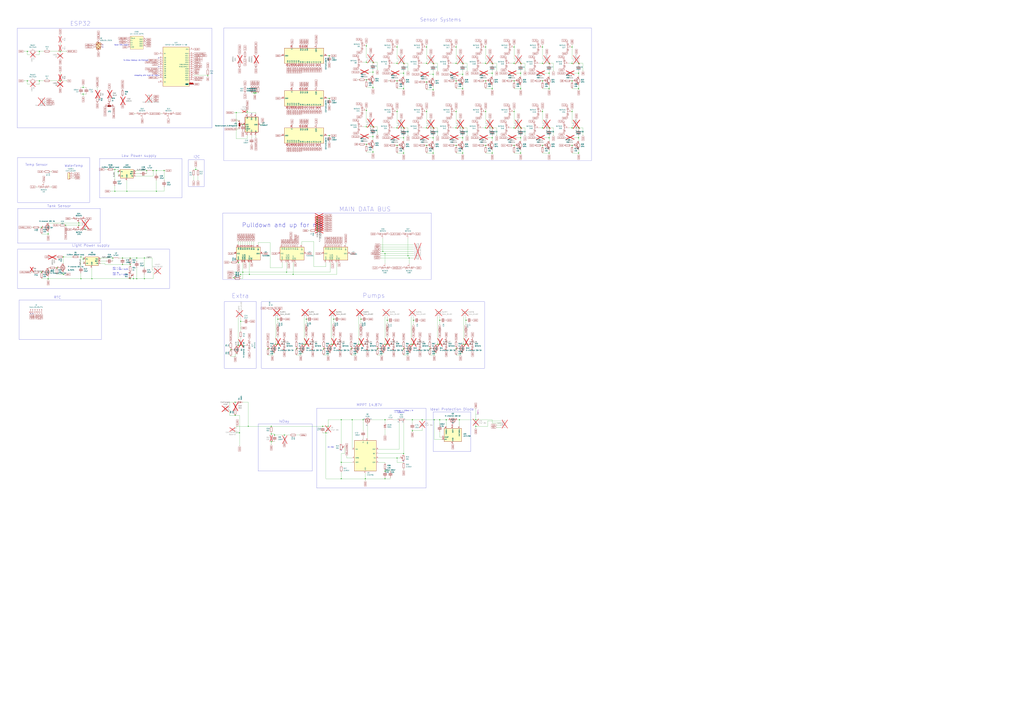
<source format=kicad_sch>
(kicad_sch
	(version 20231120)
	(generator "eeschema")
	(generator_version "8.0")
	(uuid "c26e8d55-0b6e-4c4e-b7c8-b1fed973201c")
	(paper "A0")
	(title_block
		(title "Plant Controller")
		(date "2020-12-21")
		(rev "0.4a")
		(company "C3MA")
	)
	
	(junction
		(at 278.13 502.92)
		(diameter 0)
		(color 0 0 0 0)
		(uuid "006314ff-9060-4674-a7fc-dac02fc6a66c")
	)
	(junction
		(at 314.96 504.19)
		(diameter 0)
		(color 0 0 0 0)
		(uuid "01041127-725b-4ce5-8f58-38fb3fd24a79")
	)
	(junction
		(at 571.5 102.87)
		(diameter 0)
		(color 0 0 0 0)
		(uuid "026b3c24-c4bc-4ca0-82cb-9b3a3781338b")
	)
	(junction
		(at 190.5 198.12)
		(diameter 0)
		(color 0 0 0 0)
		(uuid "044b370d-4a42-4fab-a8a0-78f235931201")
	)
	(junction
		(at 502.92 104.14)
		(diameter 0)
		(color 0 0 0 0)
		(uuid "05921202-6f3d-47e7-afc8-54cf16183806")
	)
	(junction
		(at 424.18 556.26)
		(diameter 0)
		(color 0 0 0 0)
		(uuid "064498dc-e504-4f86-9f3f-c7515e3a87b5")
	)
	(junction
		(at 637.54 177.8)
		(diameter 0)
		(color 0 0 0 0)
		(uuid "067aeb1c-cd17-40a2-9804-d78ecf21918c")
	)
	(junction
		(at 93.98 298.45)
		(diameter 0)
		(color 0 0 0 0)
		(uuid "06d8b90d-baa0-4504-baff-642acafdb6f4")
	)
	(junction
		(at 320.04 400.05)
		(diameter 0)
		(color 0 0 0 0)
		(uuid "09028f9d-45e1-4366-826a-88a396abe002")
	)
	(junction
		(at 671.83 177.8)
		(diameter 0)
		(color 0 0 0 0)
		(uuid "09e9f518-61d1-4fd0-86ec-2ca41f027627")
	)
	(junction
		(at 449.58 400.05)
		(diameter 0)
		(color 0 0 0 0)
		(uuid "0a372b77-1bd4-4b2a-8539-3c6b9cb168d3")
	)
	(junction
		(at 495.3 54.61)
		(diameter 0)
		(color 0 0 0 0)
		(uuid "0b9bd1bd-5d87-4203-ac6d-25f132a9d650")
	)
	(junction
		(at 664.21 168.91)
		(diameter 0)
		(color 0 0 0 0)
		(uuid "0bf93224-513b-43b0-b34e-b83cf88ace50")
	)
	(junction
		(at 287.02 129.54)
		(diameter 0)
		(color 0 0 0 0)
		(uuid "0c1a2e2b-69cb-4ba8-9ed6-a21b6fe1cbe7")
	)
	(junction
		(at 31.75 59.69)
		(diameter 0)
		(color 0 0 0 0)
		(uuid "0c801748-df91-4145-83f3-9b19cb585cd0")
	)
	(junction
		(at 433.07 72.39)
		(diameter 0)
		(color 0 0 0 0)
		(uuid "0ebeefe8-2447-4c3c-80b1-d0d61f1efb48")
	)
	(junction
		(at 93.98 323.85)
		(diameter 0)
		(color 0 0 0 0)
		(uuid "0eea3930-0275-4c9f-97c6-e4491faf7ffd")
	)
	(junction
		(at 537.21 73.66)
		(diameter 0)
		(color 0 0 0 0)
		(uuid "0f7c9f5b-15c0-4d15-9880-73614b9dc27c")
	)
	(junction
		(at 289.56 318.77)
		(diameter 0)
		(color 0 0 0 0)
		(uuid "100d0f8b-2f86-49dd-861e-b2d9c9a4a2d9")
	)
	(junction
		(at 478.79 500.38)
		(diameter 0)
		(color 0 0 0 0)
		(uuid "136b5f16-d5fe-4c8a-8508-0e9ad86f8f43")
	)
	(junction
		(at 396.24 537.21)
		(diameter 0)
		(color 0 0 0 0)
		(uuid "14871bbb-dfd8-4195-8c14-9ec80a720539")
	)
	(junction
		(at 447.04 294.64)
		(diameter 0)
		(color 0 0 0 0)
		(uuid "14b6b14d-4e33-4c9c-a6d4-2829760e6cc4")
	)
	(junction
		(at 490.22 487.68)
		(diameter 0)
		(color 0 0 0 0)
		(uuid "15c019f7-a03b-47ae-a51c-abc73c51bd40")
	)
	(junction
		(at 563.88 54.61)
		(diameter 0)
		(color 0 0 0 0)
		(uuid "1b762162-080c-4e36-b68b-d3bd15571f83")
	)
	(junction
		(at 273.05 467.36)
		(diameter 0)
		(color 0 0 0 0)
		(uuid "1de64cec-e748-4c12-b5b5-b7d914424890")
	)
	(junction
		(at 368.3 265.43)
		(diameter 0)
		(color 0 0 0 0)
		(uuid "1e71c6eb-62eb-41d4-bfde-df1e7aa7c319")
	)
	(junction
		(at 468.63 85.09)
		(diameter 0)
		(color 0 0 0 0)
		(uuid "1f4e3c83-7f84-4013-8458-3254f2649743")
	)
	(junction
		(at 276.86 401.32)
		(diameter 0)
		(color 0 0 0 0)
		(uuid "2124662e-0101-4907-a279-d22f77f179e9")
	)
	(junction
		(at 419.1 370.84)
		(diameter 0)
		(color 0 0 0 0)
		(uuid "2125b107-250d-44b9-ae2a-63555b15b96b")
	)
	(junction
		(at 271.78 322.58)
		(diameter 0)
		(color 0 0 0 0)
		(uuid "21c9489c-b7e7-411e-8242-06cb982ccdfb")
	)
	(junction
		(at 273.05 482.6)
		(diameter 0)
		(color 0 0 0 0)
		(uuid "2235abed-6314-47fb-bd0d-6abfcbf38d24")
	)
	(junction
		(at 541.02 400.05)
		(diameter 0)
		(color 0 0 0 0)
		(uuid "225164a2-0641-4a42-83a1-eb3ceb752f37")
	)
	(junction
		(at 387.35 370.84)
		(diameter 0)
		(color 0 0 0 0)
		(uuid "22b03adb-32c5-4612-9736-645d72daaf12")
	)
	(junction
		(at 510.54 487.68)
		(diameter 0)
		(color 0 0 0 0)
		(uuid "243935e2-4f6a-429d-bbc1-4327fafdf466")
	)
	(junction
		(at 368.3 262.89)
		(diameter 0)
		(color 0 0 0 0)
		(uuid "252d4a75-2db7-460c-aaed-b4520213017f")
	)
	(junction
		(at 425.45 92.71)
		(diameter 0)
		(color 0 0 0 0)
		(uuid "25d1ef73-18e6-4b45-b6a0-d161dc281a1c")
	)
	(junction
		(at 158.75 299.72)
		(diameter 0)
		(color 0 0 0 0)
		(uuid "27bdfd08-9fa2-4018-8386-f5f9458ea23f")
	)
	(junction
		(at 407.67 405.13)
		(diameter 0)
		(color 0 0 0 0)
		(uuid "288439ce-4d40-4524-9a56-c937c30e7f5c")
	)
	(junction
		(at 96.52 300.99)
		(diameter 0)
		(color 0 0 0 0)
		(uuid "2977a76b-3c36-4356-9c23-ef25b0e79774")
	)
	(junction
		(at 480.06 400.05)
		(diameter 0)
		(color 0 0 0 0)
		(uuid "2affe026-8dd0-4fb0-90f9-21a8fa9a4bdc")
	)
	(junction
		(at 461.01 148.59)
		(diameter 0)
		(color 0 0 0 0)
		(uuid "30055c98-462c-4777-a626-cf867239e38d")
	)
	(junction
		(at 55.88 323.85)
		(diameter 0)
		(color 0 0 0 0)
		(uuid "30c447cc-ce18-498c-a30a-de1223bde459")
	)
	(junction
		(at 671.83 148.59)
		(diameter 0)
		(color 0 0 0 0)
		(uuid "31a2a121-855b-4cf9-8440-5bbee3de3f05")
	)
	(junction
		(at 433.07 83.82)
		(diameter 0)
		(color 0 0 0 0)
		(uuid "31ba5875-8927-4bfd-a4f8-3adf246769c4")
	)
	(junction
		(at 596.9 93.98)
		(diameter 0)
		(color 0 0 0 0)
		(uuid "32072a9c-d2dd-4fe3-9085-b2b6c66fab96")
	)
	(junction
		(at 66.04 311.15)
		(diameter 0)
		(color 0 0 0 0)
		(uuid "33109daa-b629-475e-bf83-217328126604")
	)
	(junction
		(at 281.94 144.78)
		(diameter 0)
		(color 0 0 0 0)
		(uuid "348bf06b-daf7-4d97-b82c-b8a5bbf3d06b")
	)
	(junction
		(at 322.58 400.05)
		(diameter 0)
		(color 0 0 0 0)
		(uuid "34e846f7-9dcf-4f40-8420-68c319584cee")
	)
	(junction
		(at 433.07 158.75)
		(diameter 0)
		(color 0 0 0 0)
		(uuid "37a79285-75dc-47b1-85e2-e9c3d074f7c7")
	)
	(junction
		(at 381 495.3)
		(diameter 0)
		(color 0 0 0 0)
		(uuid "394a6417-c4c4-43a0-ad22-7a964e628e7d")
	)
	(junction
		(at 571.5 73.66)
		(diameter 0)
		(color 0 0 0 0)
		(uuid "3cc3bd38-c946-4c29-a625-e712e268d838")
	)
	(junction
		(at 314.96 513.08)
		(diameter 0)
		(color 0 0 0 0)
		(uuid "3d8fb177-4b5a-4526-95fd-c4109587c044")
	)
	(junction
		(at 274.32 130.81)
		(diameter 0)
		(color 0 0 0 0)
		(uuid "3e916cc3-c4bb-4a04-9995-635a73841757")
	)
	(junction
		(at 537.21 86.36)
		(diameter 0)
		(color 0 0 0 0)
		(uuid "4120f630-88f8-4958-99c5-be8a6b4772f2")
	)
	(junction
		(at 461.01 93.98)
		(diameter 0)
		(color 0 0 0 0)
		(uuid "4126858c-c206-4bef-b39b-428bcec4deec")
	)
	(junction
		(at 508 400.05)
		(diameter 0)
		(color 0 0 0 0)
		(uuid "415b2ab4-f4dd-4fee-870b-9ba95dac6a8b")
	)
	(junction
		(at 571.5 148.59)
		(diameter 0)
		(color 0 0 0 0)
		(uuid "4406cfee-0ff2-44ef-a1ef-e6149581217c")
	)
	(junction
		(at 69.85 59.69)
		(diameter 0)
		(color 0 0 0 0)
		(uuid "44bf766d-2222-4637-ada1-6cbff94abbf8")
	)
	(junction
		(at 151.13 323.85)
		(diameter 0)
		(color 0 0 0 0)
		(uuid "44cd3143-c150-4d17-bd07-6ba56767d7c5")
	)
	(junction
		(at 495.3 168.91)
		(diameter 0)
		(color 0 0 0 0)
		(uuid "4593d6e5-bc8e-48f0-9775-93846c33113e")
	)
	(junction
		(at 552.45 487.68)
		(diameter 0)
		(color 0 0 0 0)
		(uuid "464f670a-23da-4072-9135-c7f8cde45344")
	)
	(junction
		(at 353.06 400.05)
		(diameter 0)
		(color 0 0 0 0)
		(uuid "477944b3-0f91-44bb-99ca-1f00b91186f2")
	)
	(junction
		(at 637.54 85.09)
		(diameter 0)
		(color 0 0 0 0)
		(uuid "48fa581b-e31c-40cd-be78-2d3ece0a1d84")
	)
	(junction
		(at 461.01 54.61)
		(diameter 0)
		(color 0 0 0 0)
		(uuid "499fccfc-5e44-4fef-9ee9-4d1fdf9faa8f")
	)
	(junction
		(at 495.3 148.59)
		(diameter 0)
		(color 0 0 0 0)
		(uuid "4bdd9a73-35ba-455b-971d-29ad86479519")
	)
	(junction
		(at 344.17 405.13)
		(diameter 0)
		(color 0 0 0 0)
		(uuid "4c43d807-6025-4458-873e-b0e60bc37c3c")
	)
	(junction
		(at 664.21 54.61)
		(diameter 0)
		(color 0 0 0 0)
		(uuid "4f51b0d3-b93c-48c1-8f94-d8097a17151c")
	)
	(junction
		(at 142.24 299.72)
		(diameter 0)
		(color 0 0 0 0)
		(uuid "4fc5b79a-48b8-4875-b2fa-ce2c0b207ed6")
	)
	(junction
		(at 433.07 176.53)
		(diameter 0)
		(color 0 0 0 0)
		(uuid "5087ffa7-63f2-46a1-b798-fd54a43209da")
	)
	(junction
		(at 419.1 400.05)
		(diameter 0)
		(color 0 0 0 0)
		(uuid "547e0024-8ca5-4fd9-9ed0-6e6fa4efe2d1")
	)
	(junction
		(at 433.07 101.6)
		(diameter 0)
		(color 0 0 0 0)
		(uuid "548c700b-f320-487b-b1e6-213ddcf734d3")
	)
	(junction
		(at 276.86 304.8)
		(diameter 0)
		(color 0 0 0 0)
		(uuid "54c228c6-a419-4461-b51c-f4689ab11c16")
	)
	(junction
		(at 480.06 372.11)
		(diameter 0)
		(color 0 0 0 0)
		(uuid "54f14d31-ee75-4d90-bbd6-d53b9269dae6")
	)
	(junction
		(at 596.9 168.91)
		(diameter 0)
		(color 0 0 0 0)
		(uuid "553fd55b-c9b0-4d42-8fea-fe608c6b3e8f")
	)
	(junction
		(at 504.19 487.68)
		(diameter 0)
		(color 0 0 0 0)
		(uuid "55707df8-1ce8-4b01-b189-1ba64f13e6d9")
	)
	(junction
		(at 447.04 487.68)
		(diameter 0)
		(color 0 0 0 0)
		(uuid "557c9344-c4f5-407c-87a3-c05772708fc7")
	)
	(junction
		(at 425.45 128.27)
		(diameter 0)
		(color 0 0 0 0)
		(uuid "56ab9f7a-a80d-45b5-9f13-38a6ae5e5a2f")
	)
	(junction
		(at 227.33 196.85)
		(diameter 0)
		(color 0 0 0 0)
		(uuid "59cefdea-f0fc-4a2c-8ab5-1fb284bbff64")
	)
	(junction
		(at 48.26 264.16)
		(diameter 0)
		(color 0 0 0 0)
		(uuid "5a159a05-57fa-411f-9de3-7f0e035fb745")
	)
	(junction
		(at 154.94 323.85)
		(diameter 0)
		(color 0 0 0 0)
		(uuid "5a782664-d096-4b9f-8da4-e576a5adbff8")
	)
	(junction
		(at 468.63 527.05)
		(diameter 0)
		(color 0 0 0 0)
		(uuid "5aef8b40-8452-4805-a5e4-da8d93469853")
	)
	(junction
		(at 461.01 532.13)
		(diameter 0)
		(color 0 0 0 0)
		(uuid "5daa4784-f5ea-45b1-b6e6-5ed7605a4fd9")
	)
	(junction
		(at 604.52 85.09)
		(diameter 0)
		(color 0 0 0 0)
		(uuid "5db28c81-ecda-48cf-9cf5-82a4652c2d72")
	)
	(junction
		(at 596.9 73.66)
		(diameter 0)
		(color 0 0 0 0)
		(uuid "5de7b025-2047-4e98-ad34-d25039409f9e")
	)
	(junction
		(at 311.15 405.13)
		(diameter 0)
		(color 0 0 0 0)
		(uuid "5df117be-4263-48e0-a710-5721bdeecfb9")
	)
	(junction
		(at 382.27 157.48)
		(diameter 0)
		(color 0 0 0 0)
		(uuid "5e7a5161-1647-47d6-9e0b-ff9ce9e31b86")
	)
	(junction
		(at 495.3 95.25)
		(diameter 0)
		(color 0 0 0 0)
		(uuid "5ebba679-b1e7-40e7-a21c-eaac87c82160")
	)
	(junction
		(at 433.07 147.32)
		(diameter 0)
		(color 0 0 0 0)
		(uuid "5ee86e6c-9861-45ff-aaf3-b0ce155250f5")
	)
	(junction
		(at 533.4 487.68)
		(diameter 0)
		(color 0 0 0 0)
		(uuid "60684402-d96a-439d-a47a-f1940a639b1b")
	)
	(junction
		(at 637.54 73.66)
		(diameter 0)
		(color 0 0 0 0)
		(uuid "6283297a-b875-4df2-a42b-317a52403718")
	)
	(junction
		(at 133.35 222.25)
		(diameter 0)
		(color 0 0 0 0)
		(uuid "62e83d49-6450-4f8e-9161-9823cbd9fa8a")
	)
	(junction
		(at 396.24 556.26)
		(diameter 0)
		(color 0 0 0 0)
		(uuid "62e8e510-5776-41a5-b7ef-659764595cf0")
	)
	(junction
		(at 629.92 54.61)
		(diameter 0)
		(color 0 0 0 0)
		(uuid "639a9374-4baa-414a-a5c4-7e13d2852c2e")
	)
	(junction
		(at 468.63 102.87)
		(diameter 0)
		(color 0 0 0 0)
		(uuid "650b02e4-fb4a-4097-88f3-57b476d8f112")
	)
	(junction
		(at 529.59 54.61)
		(diameter 0)
		(color 0 0 0 0)
		(uuid "66f71efe-5a3b-4842-81ad-702f6a9183fb")
	)
	(junction
		(at 332.74 316.23)
		(diameter 0)
		(color 0 0 0 0)
		(uuid "68f4d8af-c27e-4056-a2a9-dbd2514de570")
	)
	(junction
		(at 664.21 93.98)
		(diameter 0)
		(color 0 0 0 0)
		(uuid "690f2dc5-5473-4546-a0f5-1e3f20786db0")
	)
	(junction
		(at 478.79 487.68)
		(diameter 0)
		(color 0 0 0 0)
		(uuid "697147b1-0224-4f54-a454-fb14851852a2")
	)
	(junction
		(at 502.92 73.66)
		(diameter 0)
		(color 0 0 0 0)
		(uuid "6b072436-9cc5-44f0-8cab-e5273772d205")
	)
	(junction
		(at 518.16 487.68)
		(diameter 0)
		(color 0 0 0 0)
		(uuid "6b9d9747-b3ff-43d2-8486-466834aa4452")
	)
	(junction
		(at 447.04 547.37)
		(diameter 0)
		(color 0 0 0 0)
		(uuid "6bee4d3f-40c6-4254-8d07-1c0c6ec2a6f4")
	)
	(junction
		(at 449.58 372.11)
		(diameter 0)
		(color 0 0 0 0)
		(uuid "6c849387-b46a-4c70-adb8-4a7816d1702c")
	)
	(junction
		(at 130.81 299.72)
		(diameter 0)
		(color 0 0 0 0)
		(uuid "6e8888f6-ec84-4dea-a75b-c49e51edec1e")
	)
	(junction
		(at 571.5 177.8)
		(diameter 0)
		(color 0 0 0 0)
		(uuid "6ee7607b-1843-4037-994f-9b421f85c34b")
	)
	(junction
		(at 596.9 148.59)
		(diameter 0)
		(color 0 0 0 0)
		(uuid "708152d4-5c67-4c3c-967a-78dd154354ad")
	)
	(junction
		(at 529.59 93.98)
		(diameter 0)
		(color 0 0 0 0)
		(uuid "718782ac-57c8-435b-9457-ce995955847d")
	)
	(junction
		(at 368.3 257.81)
		(diameter 0)
		(color 0 0 0 0)
		(uuid "7357611e-6eb5-4b44-a3c1-ee563f8ae0ea")
	)
	(junction
		(at 447.04 400.05)
		(diameter 0)
		(color 0 0 0 0)
		(uuid "74872d2f-df92-44ce-a737-7d0693ac46a3")
	)
	(junction
		(at 288.29 495.3)
		(diameter 0)
		(color 0 0 0 0)
		(uuid "74d5e0e4-cd91-4e01-8980-afaf347113fd")
	)
	(junction
		(at 91.44 259.08)
		(diameter 0)
		(color 0 0 0 0)
		(uuid "750169c9-8dda-4196-8b70-7629a1386317")
	)
	(junction
		(at 421.64 487.68)
		(diameter 0)
		(color 0 0 0 0)
		(uuid "792fa4db-0ff6-47c2-b282-e4d8f6701888")
	)
	(junction
		(at 637.54 102.87)
		(diameter 0)
		(color 0 0 0 0)
		(uuid "79ec289a-2f85-4055-9210-f7916fbc3d1f")
	)
	(junction
		(at 596.9 54.61)
		(diameter 0)
		(color 0 0 0 0)
		(uuid "7a5115d1-34f1-4afd-aab6-8c3f89df22ba")
	)
	(junction
		(at 671.83 160.02)
		(diameter 0)
		(color 0 0 0 0)
		(uuid "7e319f56-b85a-4463-b8f9-7ad8f5763ea8")
	)
	(junction
		(at 147.32 222.25)
		(diameter 0)
		(color 0 0 0 0)
		(uuid "7ea02348-2ae2-4ac7-a02a-9029063eb3d7")
	)
	(junction
		(at 637.54 160.02)
		(diameter 0)
		(color 0 0 0 0)
		(uuid "7eac8976-1652-4c0a-a76d-0530fe3ae3ae")
	)
	(junction
		(at 461.01 129.54)
		(diameter 0)
		(color 0 0 0 0)
		(uuid "7f0237e1-1d71-4027-86cb-d7488d6dce27")
	)
	(junction
		(at 281.94 316.23)
		(diameter 0)
		(color 0 0 0 0)
		(uuid "805ba7db-9e85-428e-9f5b-9063e8278c60")
	)
	(junction
		(at 468.63 405.13)
		(diameter 0)
		(color 0 0 0 0)
		(uuid "80f5b8a1-cdbe-4850-a609-339b8c898669")
	)
	(junction
		(at 473.71 297.18)
		(diameter 0)
		(color 0 0 0 0)
		(uuid "819a85d3-cd43-455c-8023-715c1f29dcd2")
	)
	(junction
		(at 502.92 160.02)
		(diameter 0)
		(color 0 0 0 0)
		(uuid "8239b883-7ac0-49ae-91b3-07b3826c7fe2")
	)
	(junction
		(at 73.66 298.45)
		(diameter 0)
		(color 0 0 0 0)
		(uuid "82572895-6594-489b-b5dd-a8b4d09bcb09")
	)
	(junction
		(at 177.8 198.12)
		(diameter 0)
		(color 0 0 0 0)
		(uuid "843e9870-799e-444a-a4e6-716ced5cbe43")
	)
	(junction
		(at 637.54 148.59)
		(diameter 0)
		(color 0 0 0 0)
		(uuid "89062818-c01b-4c5a-a12c-1e35d52780ff")
	)
	(junction
		(at 425.45 53.34)
		(diameter 0)
		(color 0 0 0 0)
		(uuid "89c9668d-eb10-4371-9427-2b0654758741")
	)
	(junction
		(at 563.88 93.98)
		(diameter 0)
		(color 0 0 0 0)
		(uuid "8bd86f79-7f9c-4c30-9dd8-981806e53813")
	)
	(junction
		(at 671.83 102.87)
		(diameter 0)
		(color 0 0 0 0)
		(uuid "8db1d203-e627-40a1-9aa1-eb87a34a27ca")
	)
	(junction
		(at 76.2 261.62)
		(diameter 0)
		(color 0 0 0 0)
		(uuid "8dbf3f53-4dbe-4577-8253-5d3d05e20a7d")
	)
	(junction
		(at 375.92 405.13)
		(diameter 0)
		(color 0 0 0 0)
		(uuid "8ddc18df-7f6d-40fe-971f-5b7ea913cac2")
	)
	(junction
		(at 495.3 73.66)
		(diameter 0)
		(color 0 0 0 0)
		(uuid "91f51afc-74e9-4689-bf90-5b054783b568")
	)
	(junction
		(at 137.16 199.39)
		(diameter 0)
		(color 0 0 0 0)
		(uuid "9330ab14-2e88-49fc-b8ec-647acef19c05")
	)
	(junction
		(at 425.45 147.32)
		(diameter 0)
		(color 0 0 0 0)
		(uuid "93f019f6-1cb2-47ce-ad4a-b71afdbed778")
	)
	(junction
		(at 529.59 129.54)
		(diameter 0)
		(color 0 0 0 0)
		(uuid "943b67a7-896a-4d51-b5a7-cd6889520825")
	)
	(junction
		(at 571.5 160.02)
		(diameter 0)
		(color 0 0 0 0)
		(uuid "944582dc-9ad6-4270-b98c-6b7423b11410")
	)
	(junction
		(at 537.21 148.59)
		(diameter 0)
		(color 0 0 0 0)
		(uuid "957e10ff-76bd-489f-b9fe-ab1fdb884450")
	)
	(junction
		(at 368.3 255.27)
		(diameter 0)
		(color 0 0 0 0)
		(uuid "95e16490-1476-42b0-b339-2eae951bab1c")
	)
	(junction
		(at 151.13 307.34)
		(diameter 0)
		(color 0 0 0 0)
		(uuid "96f15460-13f3-4312-89f8-b71934eaedb8")
	)
	(junction
		(at 671.83 73.66)
		(diameter 0)
		(color 0 0 0 0)
		(uuid "974cb32f-b17f-415b-a3ed-4c573300644d")
	)
	(junction
		(at 106.68 323.85)
		(diameter 0)
		(color 0 0 0 0)
		(uuid "977868cb-abe1-483f-8f43-5a8a20726067")
	)
	(junction
		(at 563.88 168.91)
		(diameter 0)
		(color 0 0 0 0)
		(uuid "979d0b85-f2dc-43e5-91a2-e7e9a479ccd3")
	)
	(junction
		(at 382.27 64.77)
		(diameter 0)
		(color 0 0 0 0)
		(uuid "99de8f7d-0bac-4189-8a58-7eb488261416")
	)
	(junction
		(at 552.45 495.3)
		(diameter 0)
		(color 0 0 0 0)
		(uuid "9a8358d1-ea0c-4e4d-bd7f-459dfdba752f")
	)
	(junction
		(at 571.5 85.09)
		(diameter 0)
		(color 0 0 0 0)
		(uuid "9b65336d-5277-4cda-9817-8d963731baca")
	)
	(junction
		(at 241.3 87.63)
		(diameter 0)
		(color 0 0 0 0)
		(uuid "9d32f91d-40f9-42f9-b044-70d19854227e")
	)
	(junction
		(at 510.54 372.11)
		(diameter 0)
		(color 0 0 0 0)
		(uuid "a1d7e5c8-d217-457c-b56c-ecad97fd4c0e")
	)
	(junction
		(at 538.48 400.05)
		(diameter 0)
		(color 0 0 0 0)
		(uuid "a29c0663-342d-4535-aac0-b31dad8318cf")
	)
	(junction
		(at 45.72 59.69)
		(diameter 0)
		(color 0 0 0 0)
		(uuid "a3104c80-278d-416a-b409-fd08d784c6c7")
	)
	(junction
		(at 563.88 73.66)
		(diameter 0)
		(color 0 0 0 0)
		(uuid "a4f2e3e9-2f62-4ed2-91cb-96ac4bea021e")
	)
	(junction
		(at 355.6 400.05)
		(diameter 0)
		(color 0 0 0 0)
		(uuid "a685894a-983c-450f-b9c3-4d7e6d929974")
	)
	(junction
		(at 425.45 167.64)
		(diameter 0)
		(color 0 0 0 0)
		(uuid "a692c08c-551f-44a7-adb6-606c3bb62932")
	)
	(junction
		(at 167.64 323.85)
		(diameter 0)
		(color 0 0 0 0)
		(uuid "a70da482-a861-4e2f-9d2b-6183a6f0f87e")
	)
	(junction
		(at 629.92 129.54)
		(diameter 0)
		(color 0 0 0 0)
		(uuid "a77abfe7-e262-4002-9648-a4dca1c184b1")
	)
	(junction
		(at 495.3 129.54)
		(diameter 0)
		(color 0 0 0 0)
		(uuid "a7ead05e-fd26-4f6a-98b1-c130e29a0605")
	)
	(junction
		(at 408.94 487.68)
		(diameter 0)
		(color 0 0 0 0)
		(uuid "a90e40e7-9f3e-4a7e-bc30-d292bc1ab9ed")
	)
	(junction
		(at 396.24 487.68)
		(diameter 0)
		(color 0 0 0 0)
		(uuid "a918e227-4862-4ef1-b1b4-1ecbab47421d")
	)
	(junction
		(at 529.59 168.91)
		(diameter 0)
		(color 0 0 0 0)
		(uuid "a97fc95b-6246-49f0-b0cf-bf3aa6f54de2")
	)
	(junction
		(at 99.06 266.7)
		(diameter 0)
		(color 0 0 0 0)
		(uuid "a99f2dd3-1db5-4646-bd5d-42af73cee85a")
	)
	(junction
		(at 378.46 502.92)
		(diameter 0)
		(color 0 0 0 0)
		(uuid "aa0d7669-67ff-4603-888b-7d15a03d73a6")
	)
	(junction
		(at 151.13 299.72)
		(diameter 0)
		(color 0 0 0 0)
		(uuid "aa659c87-6d9f-4a94-913b-ec00337baaa9")
	)
	(junction
		(at 537.21 160.02)
		(diameter 0)
		(color 0 0 0 0)
		(uuid "aa7470b0-25fe-426c-8e11-da1c1d924805")
	)
	(junction
		(at 142.24 307.34)
		(diameter 0)
		(color 0 0 0 0)
		(uuid "ab83cc7b-a4bb-42ce-806a-ad57b1f1f16f")
	)
	(junction
		(at 318.77 505.46)
		(diameter 0)
		(color 0 0 0 0)
		(uuid "ac18742b-0669-4417-bf96-99d1ab0ff75f")
	)
	(junction
		(at 529.59 405.13)
		(diameter 0)
		(color 0 0 0 0)
		(uuid "ac6041ae-1077-46a6-b33a-6e568b0f7d89")
	)
	(junction
		(at 297.18 107.95)
		(diameter 0)
		(color 0 0 0 0)
		(uuid "ad6aca5a-aa99-4b42-a3e4-f6f27dae664e")
	)
	(junction
		(at 355.6 370.84)
		(diameter 0)
		(color 0 0 0 0)
		(uuid "ae161ff6-e303-4db5-b037-b1f45682a4bb")
	)
	(junction
		(at 604.52 73.66)
		(diameter 0)
		(color 0 0 0 0)
		(uuid "af24c530-bace-4098-b28e-8213bb1a8743")
	)
	(junction
		(at 295.91 107.95)
		(diameter 0)
		(color 0 0 0 0)
		(uuid "af4549b6-4e25-4c36-b4d9-5cfa50547ca1")
	)
	(junction
		(at 382.27 114.3)
		(diameter 0)
		(color 0 0 0 0)
		(uuid "b5f987b1-82e9-4d50-afd8-20682cecf96f")
	)
	(junction
		(at 468.63 177.8)
		(diameter 0)
		(color 0 0 0 0)
		(uuid "b88c6033-15ac-4b13-83da-7bbe1c1195dd")
	)
	(junction
		(at 502.92 177.8)
		(diameter 0)
		(color 0 0 0 0)
		(uuid "bb2d97e8-7888-40b3-ad5f-0b2ed971ec7b")
	)
	(junction
		(at 73.66 318.77)
		(diameter 0)
		(color 0 0 0 0)
		(uuid "c1341956-3e76-4b89-ab41-469a1db0015c")
	)
	(junction
		(at 510.54 400.05)
		(diameter 0)
		(color 0 0 0 0)
		(uuid "c1611925-d0ac-42a4-83ae-6844b1cb71e3")
	)
	(junction
		(at 461.01 73.66)
		(diameter 0)
		(color 0 0 0 0)
		(uuid "c1f12c77-fc36-4c4e-9402-b971f8787376")
	)
	(junction
		(at 91.44 261.62)
		(diameter 0)
		(color 0 0 0 0)
		(uuid "c2c812ed-41b4-4200-984f-e76eae1d14de")
	)
	(junction
		(at 45.72 93.98)
		(diameter 0)
		(color 0 0 0 0)
		(uuid "c39add44-ba76-41fb-8f18-28fa0366e282")
	)
	(junction
		(at 314.96 495.3)
		(diameter 0)
		(color 0 0 0 0)
		(uuid "c658b47a-3e79-4147-ac21-89a17ecf409a")
	)
	(junction
		(at 322.58 370.84)
		(diameter 0)
		(color 0 0 0 0)
		(uuid "c6d07995-bb57-4c01-9d40-c8c408016a09")
	)
	(junction
		(at 468.63 73.66)
		(diameter 0)
		(color 0 0 0 0)
		(uuid "c9bcc4dd-2e45-4814-917d-222bf96092ff")
	)
	(junction
		(at 181.61 222.25)
		(diameter 0)
		(color 0 0 0 0)
		(uuid "cac620f5-0af6-41f8-9844-d9f07ee0c129")
	)
	(junction
		(at 279.4 373.38)
		(diameter 0)
		(color 0 0 0 0)
		(uuid "cbfbbc2e-484a-4954-8dc2-c7386c5d1301")
	)
	(junction
		(at 529.59 73.66)
		(diameter 0)
		(color 0 0 0 0)
		(uuid "cc4db2b3-7a3d-4ef2-b3b0-bc2a5b38938e")
	)
	(junction
		(at 133.35 196.85)
		(diameter 0)
		(color 0 0 0 0)
		(uuid "cc922bc0-96bd-4b17-b53a-b9b1b8fdaebf")
	)
	(junction
		(at 294.64 107.95)
		(diameter 0)
		(color 0 0 0 0)
		(uuid "cd4269e0-1f42-4344-8d26-de82a41ddaff")
	)
	(junction
		(at 629.92 93.98)
		(diameter 0)
		(color 0 0 0 0)
		(uuid "ceefa2d2-00e3-4b3c-a7ad-0e8ac388ebb9")
	)
	(junction
		(at 604.52 177.8)
		(diameter 0)
		(color 0 0 0 0)
		(uuid "d001e9a1-587b-41cc-81aa-c56d8da361ee")
	)
	(junction
		(at 499.11 405.13)
		(diameter 0)
		(color 0 0 0 0)
		(uuid "d0ccfc37-9d2e-4994-b901-fab6c387aa2a")
	)
	(junction
		(at 537.21 177.8)
		(diameter 0)
		(color 0 0 0 0)
		(uuid "d1010438-7a43-4538-9e86-217bd01f8c14")
	)
	(junction
		(at 368.3 267.97)
		(diameter 0)
		(color 0 0 0 0)
		(uuid "d14a960b-df64-4cee-80fc-25c3debc3b63")
	)
	(junction
		(at 158.75 323.85)
		(diameter 0)
		(color 0 0 0 0)
		(uuid "d17c286e-9606-4cb2-902a-10021903ed9a")
	)
	(junction
		(at 671.83 85.09)
		(diameter 0)
		(color 0 0 0 0)
		(uuid "d1d52e82-91ba-48cd-b468-139b1071e8d5")
	)
	(junction
		(at 31.75 93.98)
		(diameter 0)
		(color 0 0 0 0)
		(uuid "d2b0a197-1410-44de-bdc3-e63959ff5b39")
	)
	(junction
		(at 537.21 102.87)
		(diameter 0)
		(color 0 0 0 0)
		(uuid "d2b90904-e6cb-4742-881e-0fd35570115c")
	)
	(junction
		(at 368.3 252.73)
		(diameter 0)
		(color 0 0 0 0)
		(uuid "d48d5ecb-021c-46d1-b6e1-8cccf5ad30d1")
	)
	(junction
		(at 55.88 271.78)
		(diameter 0)
		(color 0 0 0 0)
		(uuid "d6db9766-b81b-4a66-bc0a-843f0aeb559b")
	)
	(junction
		(at 541.02 372.11)
		(diameter 0)
		(color 0 0 0 0)
		(uuid "d776c8dc-ee54-41b4-8224-e7ddbf0679dc")
	)
	(junction
		(at 438.15 405.13)
		(diameter 0)
		(color 0 0 0 0)
		(uuid "db8fa153-556e-4fc4-a8b6-63a7062d08ed")
	)
	(junction
		(at 425.45 72.39)
		(diameter 0)
		(color 0 0 0 0)
		(uuid "dc8c6e94-1eff-45c1-b92e-b1caf2f34015")
	)
	(junction
		(at 181.61 198.12)
		(diameter 0)
		(color 0 0 0 0)
		(uuid "dd5d2f91-6f31-4419-a01a-1ac3389098ab")
	)
	(junction
		(at 374.65 495.3)
		(diameter 0)
		(color 0 0 0 0)
		(uuid "dda3d65b-6f54-4ee4-b1a0-dc35f1b01992")
	)
	(junction
		(at 170.18 198.12)
		(diameter 0)
		(color 0 0 0 0)
		(uuid "de92b6a6-7a53-41cb-a051-66e1e7d1d440")
	)
	(junction
		(at 368.3 260.35)
		(diameter 0)
		(color 0 0 0 0)
		(uuid "dfafa1ec-5cf4-4609-89b7-e43a37c90c17")
	)
	(junction
		(at 529.59 148.59)
		(diameter 0)
		(color 0 0 0 0)
		(uuid "e018a52d-1f7f-43d2-9757-f2f7c2a0a9c0")
	)
	(junction
		(at 604.52 148.59)
		(diameter 0)
		(color 0 0 0 0)
		(uuid "e0334824-28a0-4a4e-ab6d-b2e5a2ed4e19")
	)
	(junction
		(at 604.52 160.02)
		(diameter 0)
		(color 0 0 0 0)
		(uuid "e03df205-b0f8-4eb0-94ac-6d108b56efdd")
	)
	(junction
		(at 330.2 505.46)
		(diameter 0)
		(color 0 0 0 0)
		(uuid "e2f6e31f-b2af-4b71-9817-61b154679a81")
	)
	(junction
		(at 664.21 73.66)
		(diameter 0)
		(color 0 0 0 0)
		(uuid "e3a79e63-e583-47fd-8a7e-9e2f377a96f0")
	)
	(junction
		(at 267.97 406.4)
		(diameter 0)
		(color 0 0 0 0)
		(uuid "e3bac401-521f-443a-951f-18f502070861")
	)
	(junction
		(at 340.36 318.77)
		(diameter 0)
		(color 0 0 0 0)
		(uuid "e464f851-f7e1-4e95-b3ff-5a5e1e06a88d")
	)
	(junction
		(at 167.64 299.72)
		(diameter 0)
		(color 0 0 0 0)
		(uuid "e48746df-7668-499a-98dc-b9ffcda2bccd")
	)
	(junction
		(at 48.26 316.23)
		(diameter 0)
		(color 0 0 0 0)
		(uuid "e4c2dbc9-3598-4718-afb3-500c7ff75445")
	)
	(junction
		(at 447.04 556.26)
		(diameter 0)
		(color 0 0 0 0)
		(uuid "e5f993bb-4d95-4a9a-b24b-923011bb963a")
	)
	(junction
		(at 387.35 400.05)
		(diameter 0)
		(color 0 0 0 0)
		(uuid "e6344c4b-5e26-4315-8e1d-efd642df3581")
	)
	(junction
		(at 563.88 148.59)
		(diameter 0)
		(color 0 0 0 0)
		(uuid "e76d7a19-9315-45bb-9ea4-e65adba1a7a8")
	)
	(junction
		(at 444.5 292.1)
		(diameter 0)
		(color 0 0 0 0)
		(uuid "e86900c0-86ce-4777-88bb-4f9ecf777fc0")
	)
	(junction
		(at 629.92 168.91)
		(diameter 0)
		(color 0 0 0 0)
		(uuid "e879c254-09e3-4fcf-9f2d-28dd7d9ba433")
	)
	(junction
		(at 468.63 148.59)
		(diameter 0)
		(color 0 0 0 0)
		(uuid "e97dcb44-7b48-4f00-aba6-795f672687ba")
	)
	(junction
		(at 279.4 401.32)
		(diameter 0)
		(color 0 0 0 0)
		(uuid "ea81a12e-80a8-4055-a8fc-17c9562b0042")
	)
	(junction
		(at 279.4 318.77)
		(diameter 0)
		(color 0 0 0 0)
		(uuid "eb134ef6-0e32-46e8-9263-d8797dfe432d")
	)
	(junction
		(at 629.92 73.66)
		(diameter 0)
		(color 0 0 0 0)
		(uuid "ec234dbf-5504-4d77-9942-03edf134f9e0")
	)
	(junction
		(at 96.52 109.22)
		(diameter 0)
		(color 0 0 0 0)
		(uuid "eccbfa59-0c6d-47df-8d18-db1d8a427072")
	)
	(junction
		(at 69.85 93.98)
		(diameter 0)
		(color 0 0 0 0)
		(uuid "ed603a96-a752-490d-9f6b-e11a5c28a267")
	)
	(junction
		(at 629.92 148.59)
		(diameter 0)
		(color 0 0 0 0)
		(uuid "ee1a89d1-031b-4d98-a62d-973c7823ade8")
	)
	(junction
		(at 477.52 400.05)
		(diameter 0)
		(color 0 0 0 0)
		(uuid "ee4ab3a4-59f7-4db1-a482-501b9cb3788f")
	)
	(junction
		(at 474.98 299.72)
		(diameter 0)
		(color 0 0 0 0)
		(uuid "ef25ea8a-6f53-4ead-85fb-dc902e324c3a")
	)
	(junction
		(at 502.92 86.36)
		(diameter 0)
		(color 0 0 0 0)
		(uuid "efdf307e-8d67-430a-8c03-6dab3e4f4f72")
	)
	(junction
		(at 96.52 101.6)
		(diameter 0)
		(color 0 0 0 0)
		(uuid "f1a67806-2122-488a-be9e-3def99cac9b4")
	)
	(junction
		(at 468.63 160.02)
		(diameter 0)
		(color 0 0 0 0)
		(uuid "f3311c3a-ce52-435d-9996-86b7f9c1e897")
	)
	(junction
		(at 384.81 400.05)
		(diameter 0)
		(color 0 0 0 0)
		(uuid "f33c1570-2595-49f1-9ca5-56aecadb8578")
	)
	(junction
		(at 461.01 168.91)
		(diameter 0)
		(color 0 0 0 0)
		(uuid "f46f3c81-f81c-494b-940e-b2a7612a9b00")
	)
	(junction
		(at 502.92 148.59)
		(diameter 0)
		(color 0 0 0 0)
		(uuid "f97a5685-0e9a-42fc-8703-e760793b9fd0")
	)
	(junction
		(at 664.21 148.59)
		(diameter 0)
		(color 0 0 0 0)
		(uuid "fadeb8be-e293-403d-b08e-d4079f1d66c2")
	)
	(junction
		(at 596.9 129.54)
		(diameter 0)
		(color 0 0 0 0)
		(uuid "faf76a27-4651-4082-83d1-9449cc5a0db2")
	)
	(junction
		(at 664.21 129.54)
		(diameter 0)
		(color 0 0 0 0)
		(uuid "fd16341c-1c4c-4bd6-a643-9f711a9c3408")
	)
	(junction
		(at 563.88 129.54)
		(diameter 0)
		(color 0 0 0 0)
		(uuid "fd82d936-40c3-47c3-8f6b-5ed31b17a829")
	)
	(junction
		(at 604.52 102.87)
		(diameter 0)
		(color 0 0 0 0)
		(uuid "fedba8c9-8c3d-4d07-a3e2-646f50f83f6f")
	)
	(junction
		(at 416.56 400.05)
		(diameter 0)
		(color 0 0 0 0)
		(uuid "ff4c02dc-5696-44f6-8008-5806e9acfc7a")
	)
	(no_connect
		(at 38.1 364.49)
		(uuid "133b7027-41a1-4e09-a1e6-24d8bb033b2a")
	)
	(no_connect
		(at 396.24 523.24)
		(uuid "16bd24e1-85b5-4789-83d0-c7b0f2148660")
	)
	(no_connect
		(at 468.63 535.94)
		(uuid "4e457355-1d35-45ea-8f21-39e64314e210")
	)
	(no_connect
		(at 184.15 67.31)
		(uuid "6d645bf1-339f-4b38-a26a-bdd168ca591e")
	)
	(no_connect
		(at 119.38 54.61)
		(uuid "6e3bf7f5-ac34-42e8-8ef5-a375f9ec4670")
	)
	(no_connect
		(at 35.56 364.49)
		(uuid "a8b1637e-8d2e-4941-b9bd-532be9ff9ba7")
	)
	(no_connect
		(at 148.59 52.07)
		(uuid "ccf8b8c4-8dc6-49dd-82ca-0fc4daa36e35")
	)
	(no_connect
		(at 119.38 52.07)
		(uuid "d86b8e60-6beb-4fca-8d73-f997d63653a6")
	)
	(no_connect
		(at 292.1 132.08)
		(uuid "dd3ce984-3983-4f09-82f2-e087fd9c0ec0")
	)
	(no_connect
		(at 184.15 77.47)
		(uuid "f112b500-a680-49d1-8ed2-1da1c4b8baeb")
	)
	(no_connect
		(at 184.15 87.63)
		(uuid "f3c5dacd-33c5-408d-ad7a-be143502967e")
	)
	(wire
		(pts
			(xy 157.48 199.39) (xy 157.48 198.12)
		)
		(stroke
			(width 0)
			(type default)
		)
		(uuid "00544d92-b95c-48ab-bded-20aed4215a84")
	)
	(wire
		(pts
			(xy 468.63 99.06) (xy 468.63 102.87)
		)
		(stroke
			(width 0)
			(type default)
		)
		(uuid "00606928-bac5-4408-a3d7-21407fadee68")
	)
	(wire
		(pts
			(xy 41.91 63.5) (xy 45.72 63.5)
		)
		(stroke
			(width 0)
			(type default)
		)
		(uuid "0177a789-58ee-4342-a75b-6dc9759a0292")
	)
	(wire
		(pts
			(xy 176.53 313.69) (xy 176.53 299.72)
		)
		(stroke
			(width 0)
			(type default)
		)
		(uuid "017ff145-3761-41b1-9921-b6b9c4d34ef1")
	)
	(wire
		(pts
			(xy 438.15 81.28) (xy 438.15 72.39)
		)
		(stroke
			(width 0)
			(type default)
		)
		(uuid "01857332-fc13-4684-bb70-f9eee886c3a0")
	)
	(wire
		(pts
			(xy 510.54 372.11) (xy 510.54 377.19)
		)
		(stroke
			(width 0)
			(type default)
		)
		(uuid "019c3cdc-6669-4649-94f3-4ae853aeb18a")
	)
	(wire
		(pts
			(xy 604.52 173.99) (xy 604.52 177.8)
		)
		(stroke
			(width 0)
			(type default)
		)
		(uuid "01eb084a-fac6-4933-81d9-7496a9d7ebe6")
	)
	(wire
		(pts
			(xy 381 487.68) (xy 381 495.3)
		)
		(stroke
			(width 0)
			(type default)
		)
		(uuid "0209f908-9ab2-4859-bfcd-be82dd453d27")
	)
	(wire
		(pts
			(xy 55.88 259.08) (xy 91.44 259.08)
		)
		(stroke
			(width 0)
			(type default)
		)
		(uuid "02ba64d9-e763-4d47-978e-74978085583f")
	)
	(wire
		(pts
			(xy 314.96 513.08) (xy 314.96 516.89)
		)
		(stroke
			(width 0)
			(type default)
		)
		(uuid "02d9f525-81dc-4358-a721-5c3e828397c8")
	)
	(wire
		(pts
			(xy 381 410.21) (xy 381 412.75)
		)
		(stroke
			(width 0)
			(type default)
		)
		(uuid "0404e42b-a8e3-46d1-bd78-a03d3bf9ef75")
	)
	(wire
		(pts
			(xy 571.5 157.48) (xy 571.5 160.02)
		)
		(stroke
			(width 0)
			(type default)
		)
		(uuid "043cb6ff-a5c8-4fbb-82cf-aefb30c6af7f")
	)
	(wire
		(pts
			(xy 502.92 148.59) (xy 502.92 149.86)
		)
		(stroke
			(width 0)
			(type default)
		)
		(uuid "0476c96d-84c7-40c6-a537-1e276919c966")
	)
	(wire
		(pts
			(xy 322.58 368.3) (xy 322.58 370.84)
		)
		(stroke
			(width 0)
			(type default)
		)
		(uuid "0493a217-294f-4dbb-9ddb-266a136d82bf")
	)
	(wire
		(pts
			(xy 447.04 556.26) (xy 447.04 554.99)
		)
		(stroke
			(width 0)
			(type default)
		)
		(uuid "050384b2-02ed-4f35-bf49-9f2b56872ebf")
	)
	(wire
		(pts
			(xy 266.7 467.36) (xy 273.05 467.36)
		)
		(stroke
			(width 0)
			(type default)
		)
		(uuid "0528c3df-8906-4063-94f0-6f2c8cf50025")
	)
	(wire
		(pts
			(xy 441.96 297.18) (xy 473.71 297.18)
		)
		(stroke
			(width 0)
			(type default)
		)
		(uuid "060df674-6c99-455c-90bc-a6a9efc03924")
	)
	(wire
		(pts
			(xy 537.21 410.21) (xy 534.67 410.21)
		)
		(stroke
			(width 0)
			(type default)
		)
		(uuid "064a38e2-3216-4113-a380-67f38427a639")
	)
	(wire
		(pts
			(xy 408.94 521.97) (xy 408.94 487.68)
		)
		(stroke
			(width 0)
			(type default)
		)
		(uuid "06aab875-7c24-44e0-af16-3ef5b38c789f")
	)
	(wire
		(pts
			(xy 177.8 323.85) (xy 177.8 316.23)
		)
		(stroke
			(width 0)
			(type default)
		)
		(uuid "0707b3d1-d988-44db-8586-ffdfd16b4e1a")
	)
	(wire
		(pts
			(xy 190.5 198.12) (xy 190.5 209.55)
		)
		(stroke
			(width 0)
			(type default)
		)
		(uuid "073a5a3e-ce2a-4308-9d5f-8e5083d6900a")
	)
	(wire
		(pts
			(xy 468.63 102.87) (xy 468.63 104.14)
		)
		(stroke
			(width 0)
			(type default)
		)
		(uuid "0802fcfa-31f6-4de3-837d-50a67ccd2733")
	)
	(wire
		(pts
			(xy 449.58 400.05) (xy 447.04 400.05)
		)
		(stroke
			(width 0)
			(type default)
		)
		(uuid "084fded9-cfee-400e-9325-0f602e45de35")
	)
	(wire
		(pts
			(xy 468.63 73.66) (xy 461.01 73.66)
		)
		(stroke
			(width 0)
			(type default)
		)
		(uuid "086d707f-71ed-4ce7-ae50-77e1a1bb4743")
	)
	(wire
		(pts
			(xy 426.72 495.3) (xy 426.72 509.27)
		)
		(stroke
			(width 0)
			(type default)
		)
		(uuid "0a41d184-a92a-423a-a1ed-8403bc262715")
	)
	(wire
		(pts
			(xy 529.59 403.86) (xy 529.59 405.13)
		)
		(stroke
			(width 0)
			(type default)
		)
		(uuid "0b0ca2cc-5b1f-45a8-87ce-17db11d51839")
	)
	(wire
		(pts
			(xy 576.58 73.66) (xy 571.5 73.66)
		)
		(stroke
			(width 0)
			(type default)
		)
		(uuid "0bfb4148-db3c-4ac8-b372-638382bf488e")
	)
	(wire
		(pts
			(xy 154.94 323.85) (xy 158.75 323.85)
		)
		(stroke
			(width 0)
			(type default)
		)
		(uuid "0c38d0d8-b4f2-443e-af1f-eea7d894e6db")
	)
	(wire
		(pts
			(xy 671.83 148.59) (xy 664.21 148.59)
		)
		(stroke
			(width 0)
			(type default)
		)
		(uuid "0c88fde5-da71-472a-8f1d-0375025b916d")
	)
	(wire
		(pts
			(xy 473.71 148.59) (xy 468.63 148.59)
		)
		(stroke
			(width 0)
			(type default)
		)
		(uuid "0c904f6f-bf4f-422a-a5de-15ea8badc359")
	)
	(wire
		(pts
			(xy 528.32 93.98) (xy 529.59 93.98)
		)
		(stroke
			(width 0)
			(type default)
		)
		(uuid "0d6bafbb-6da8-4db3-8cb2-2d07dbc1f80c")
	)
	(wire
		(pts
			(xy 468.63 173.99) (xy 468.63 177.8)
		)
		(stroke
			(width 0)
			(type default)
		)
		(uuid "0de4fa0b-b6e3-42c1-a7b0-e2e7921e8012")
	)
	(wire
		(pts
			(xy 382.27 64.77) (xy 383.54 64.77)
		)
		(stroke
			(width 0)
			(type default)
		)
		(uuid "0e4a0b7f-4ba1-4e0e-b717-a158f4226979")
	)
	(wire
		(pts
			(xy 533.4 487.68) (xy 533.4 495.3)
		)
		(stroke
			(width 0)
			(type default)
		)
		(uuid "0eaa1397-d5f3-4146-853a-480b80af26af")
	)
	(wire
		(pts
			(xy 55.88 323.85) (xy 93.98 323.85)
		)
		(stroke
			(width 0)
			(type default)
		)
		(uuid "0eb9dc12-a443-4a66-a7f6-19cd17c4e3f4")
	)
	(wire
		(pts
			(xy 664.21 146.05) (xy 664.21 148.59)
		)
		(stroke
			(width 0)
			(type default)
		)
		(uuid "0ee90775-6921-419c-b110-dfc80b7dc670")
	)
	(wire
		(pts
			(xy 676.91 82.55) (xy 676.91 73.66)
		)
		(stroke
			(width 0)
			(type default)
		)
		(uuid "0f5baf41-5991-439e-91c6-c8d5e1c9548d")
	)
	(wire
		(pts
			(xy 167.64 318.77) (xy 167.64 323.85)
		)
		(stroke
			(width 0)
			(type default)
		)
		(uuid "0fe4f881-4955-4cd0-aff7-2d7b488e293f")
	)
	(wire
		(pts
			(xy 537.21 148.59) (xy 529.59 148.59)
		)
		(stroke
			(width 0)
			(type default)
		)
		(uuid "102bb86c-7978-4041-87a5-5b198f7ab78d")
	)
	(wire
		(pts
			(xy 637.54 99.06) (xy 637.54 102.87)
		)
		(stroke
			(width 0)
			(type default)
		)
		(uuid "1057b6ad-ce5c-42d3-8ba1-d22793d47382")
	)
	(wire
		(pts
			(xy 106.68 323.85) (xy 106.68 311.15)
		)
		(stroke
			(width 0)
			(type default)
		)
		(uuid "10f2d3f2-7228-401e-81f4-409d093205d1")
	)
	(wire
		(pts
			(xy 473.71 297.18) (xy 480.06 297.18)
		)
		(stroke
			(width 0)
			(type default)
		)
		(uuid "11eaf6c9-3903-4fd2-bae9-169cb5b432f4")
	)
	(wire
		(pts
			(xy 421.64 487.68) (xy 421.64 500.38)
		)
		(stroke
			(width 0)
			(type default)
		)
		(uuid "11fcb7a2-4722-4e65-bbb7-34261f7450cb")
	)
	(wire
		(pts
			(xy 676.91 73.66) (xy 671.83 73.66)
		)
		(stroke
			(width 0)
			(type default)
		)
		(uuid "121cad29-6625-4630-8e2f-e0133815049d")
	)
	(wire
		(pts
			(xy 528.32 168.91) (xy 529.59 168.91)
		)
		(stroke
			(width 0)
			(type default)
		)
		(uuid "1330e4f4-5c83-4733-8478-4bb3395b6583")
	)
	(wire
		(pts
			(xy 637.54 177.8) (xy 637.54 179.07)
		)
		(stroke
			(width 0)
			(type default)
		)
		(uuid "137ee87c-6003-4805-bdab-e093f4b16e4b")
	)
	(wire
		(pts
			(xy 576.58 496.57) (xy 581.66 496.57)
		)
		(stroke
			(width 0)
			(type default)
		)
		(uuid "1420086b-ad61-45b6-89da-463d19919d90")
	)
	(wire
		(pts
			(xy 468.63 403.86) (xy 468.63 405.13)
		)
		(stroke
			(width 0)
			(type default)
		)
		(uuid "14243c4c-5859-4c53-8bc7-a7f574a3e6ea")
	)
	(wire
		(pts
			(xy 387.35 370.84) (xy 387.35 375.92)
		)
		(stroke
			(width 0)
			(type default)
		)
		(uuid "145d7c29-86b5-4096-8cd2-829e11acb6dd")
	)
	(wire
		(pts
			(xy 629.92 85.09) (xy 637.54 85.09)
		)
		(stroke
			(width 0)
			(type default)
		)
		(uuid "151782c2-0a57-484c-a3ed-91621c6d2efb")
	)
	(wire
		(pts
			(xy 383.54 304.8) (xy 383.54 316.23)
		)
		(stroke
			(width 0)
			(type default)
		)
		(uuid "151ec8a6-6b4b-446c-b1c4-0ad8fa8e5267")
	)
	(wire
		(pts
			(xy 461.01 102.87) (xy 468.63 102.87)
		)
		(stroke
			(width 0)
			(type default)
		)
		(uuid "152bd798-bb41-4b0a-9bab-cca3e233a310")
	)
	(wire
		(pts
			(xy 495.3 86.36) (xy 502.92 86.36)
		)
		(stroke
			(width 0)
			(type default)
		)
		(uuid "15af01a4-7363-43c2-898d-32d02445b190")
	)
	(wire
		(pts
			(xy 313.69 281.94) (xy 313.69 311.15)
		)
		(stroke
			(width 0)
			(type default)
		)
		(uuid "1643dc17-67a4-4276-b906-8e110b5a4db1")
	)
	(wire
		(pts
			(xy 121.92 306.07) (xy 121.92 307.34)
		)
		(stroke
			(width 0)
			(type default)
		)
		(uuid "1662880d-510e-44c1-8b04-8959570bc69c")
	)
	(wire
		(pts
			(xy 447.04 547.37) (xy 453.39 547.37)
		)
		(stroke
			(width 0)
			(type default)
		)
		(uuid "17212720-fad1-4f83-8921-c674ba265306")
	)
	(wire
		(pts
			(xy 461.01 177.8) (xy 468.63 177.8)
		)
		(stroke
			(width 0)
			(type default)
		)
		(uuid "17232334-77b9-4b10-a352-572c64803161")
	)
	(wire
		(pts
			(xy 281.94 280.67) (xy 281.94 284.48)
		)
		(stroke
			(width 0)
			(type default)
		)
		(uuid "172d4fd8-7bff-429c-abc2-cadbc760d3c0")
	)
	(wire
		(pts
			(xy 595.63 93.98) (xy 596.9 93.98)
		)
		(stroke
			(width 0)
			(type default)
		)
		(uuid "173912b7-80ac-42ee-ac3a-e24169cc1c0c")
	)
	(wire
		(pts
			(xy 447.04 487.68) (xy 447.04 491.49)
		)
		(stroke
			(width 0)
			(type default)
		)
		(uuid "174baa3f-15cc-4d6b-a8a7-81ac7f1c086b")
	)
	(wire
		(pts
			(xy 441.96 294.64) (xy 447.04 294.64)
		)
		(stroke
			(width 0)
			(type default)
		)
		(uuid "17d06448-1b30-4930-9792-0def7c880cc4")
	)
	(wire
		(pts
			(xy 379.73 114.3) (xy 382.27 114.3)
		)
		(stroke
			(width 0)
			(type default)
		)
		(uuid "1935ef91-9597-4529-b7c2-05133a2e7c76")
	)
	(wire
		(pts
			(xy 478.79 487.68) (xy 471.17 487.68)
		)
		(stroke
			(width 0)
			(type default)
		)
		(uuid "1a27428f-f9e8-4cb1-ac92-6d01825ad822")
	)
	(wire
		(pts
			(xy 476.25 410.21) (xy 473.71 410.21)
		)
		(stroke
			(width 0)
			(type default)
		)
		(uuid "1a42552e-26df-4cc9-8b77-e0263dfe1f2b")
	)
	(wire
		(pts
			(xy 96.52 109.22) (xy 96.52 111.76)
		)
		(stroke
			(width 0)
			(type default)
		)
		(uuid "1ab70c7f-b32b-445d-9855-6db940558137")
	)
	(wire
		(pts
			(xy 383.54 410.21) (xy 381 410.21)
		)
		(stroke
			(width 0)
			(type default)
		)
		(uuid "1ac57f67-5331-4ab5-8e31-a0bea0b41fcb")
	)
	(wire
		(pts
			(xy 275.59 304.8) (xy 276.86 304.8)
		)
		(stroke
			(width 0)
			(type default)
		)
		(uuid "1af34761-dc49-4d18-bbf4-1492f4cc1d8d")
	)
	(wire
		(pts
			(xy 671.83 173.99) (xy 671.83 177.8)
		)
		(stroke
			(width 0)
			(type default)
		)
		(uuid "1b0cd9f2-1322-4424-ad84-3ada63576068")
	)
	(wire
		(pts
			(xy 364.49 280.67) (xy 364.49 309.88)
		)
		(stroke
			(width 0)
			(type default)
		)
		(uuid "1b13bf45-f7bf-409c-89e7-2d94b10b9f05")
	)
	(wire
		(pts
			(xy 375.92 403.86) (xy 375.92 405.13)
		)
		(stroke
			(width 0)
			(type default)
		)
		(uuid "1b625d5a-479b-41b9-a3a8-47ae6c7f29d3")
	)
	(wire
		(pts
			(xy 292.1 107.95) (xy 294.64 107.95)
		)
		(stroke
			(width 0)
			(type default)
		)
		(uuid "1b97e5db-dcb2-40d2-9dcf-77e275019034")
	)
	(wire
		(pts
			(xy 368.3 257.81) (xy 368.3 255.27)
		)
		(stroke
			(width 0)
			(type default)
		)
		(uuid "1c82722a-9caa-42ac-af8c-0e1c7f2759cb")
	)
	(wire
		(pts
			(xy 433.07 147.32) (xy 425.45 147.32)
		)
		(stroke
			(width 0)
			(type default)
		)
		(uuid "1c8f115f-7903-4b5b-b011-973cfcdd63b9")
	)
	(wire
		(pts
			(xy 43.18 59.69) (xy 45.72 59.69)
		)
		(stroke
			(width 0)
			(type default)
		)
		(uuid "1ca63fb6-baf6-4191-bb5e-78a70eea690f")
	)
	(wire
		(pts
			(xy 495.3 71.12) (xy 495.3 73.66)
		)
		(stroke
			(width 0)
			(type default)
		)
		(uuid "1dbbfbff-1290-4932-a4dd-1fda4eab15f4")
	)
	(wire
		(pts
			(xy 447.04 499.11) (xy 447.04 505.46)
		)
		(stroke
			(width 0)
			(type default)
		)
		(uuid "1e2552d9-9724-4da3-b053-9bbfc1f61075")
	)
	(wire
		(pts
			(xy 133.35 196.85) (xy 137.16 196.85)
		)
		(stroke
			(width 0)
			(type default)
		)
		(uuid "1e9e6f78-f74a-4312-9046-e9429cce41e3")
	)
	(wire
		(pts
			(xy 93.98 317.5) (xy 93.98 323.85)
		)
		(stroke
			(width 0)
			(type default)
		)
		(uuid "1f544439-62d6-4fe2-b870-134219dddadd")
	)
	(wire
		(pts
			(xy 322.58 400.05) (xy 325.12 400.05)
		)
		(stroke
			(width 0)
			(type default)
		)
		(uuid "1fd115d1-16d6-4324-bc7d-4089b4d55531")
	)
	(wire
		(pts
			(xy 177.8 198.12) (xy 181.61 198.12)
		)
		(stroke
			(width 0)
			(type default)
		)
		(uuid "20166631-ceea-4df6-aaa0-7b9dea7af3a7")
	)
	(wire
		(pts
			(xy 664.21 129.54) (xy 664.21 143.51)
		)
		(stroke
			(width 0)
			(type default)
		)
		(uuid "205ed14b-43e3-47ce-a705-b7ffe767a3bd")
	)
	(wire
		(pts
			(xy 424.18 549.91) (xy 424.18 556.26)
		)
		(stroke
			(width 0)
			(type default)
		)
		(uuid "20e05776-bb36-45f6-879c-6b48515ed676")
	)
	(wire
		(pts
			(xy 294.64 107.95) (xy 295.91 107.95)
		)
		(stroke
			(width 0)
			(type default)
		)
		(uuid "218336e3-6b79-4da2-91cb-b3cdde2a22c9")
	)
	(wire
		(pts
			(xy 69.85 93.98) (xy 77.47 93.98)
		)
		(stroke
			(width 0)
			(type default)
		)
		(uuid "21cbfe94-5ca9-4e05-91f8-af8286db52f0")
	)
	(wire
		(pts
			(xy 664.21 102.87) (xy 671.83 102.87)
		)
		(stroke
			(width 0)
			(type default)
		)
		(uuid "21db64db-ae25-4ed4-ba6c-454a1ec3a9d6")
	)
	(wire
		(pts
			(xy 190.5 198.12) (xy 191.77 198.12)
		)
		(stroke
			(width 0)
			(type default)
		)
		(uuid "21fd04de-04fd-44fe-ac95-32032975b306")
	)
	(wire
		(pts
			(xy 387.35 400.05) (xy 384.81 400.05)
		)
		(stroke
			(width 0)
			(type default)
		)
		(uuid "225727fe-ab8d-4bd3-a8f2-eff094aded6f")
	)
	(wire
		(pts
			(xy 374.65 502.92) (xy 378.46 502.92)
		)
		(stroke
			(width 0)
			(type default)
		)
		(uuid "22f2b876-d648-4df6-8c01-01d9cb0b034b")
	)
	(wire
		(pts
			(xy 292.1 280.67) (xy 292.1 284.48)
		)
		(stroke
			(width 0)
			(type default)
		)
		(uuid "230e594e-e0f6-43f8-8ace-db2210d8351b")
	)
	(wire
		(pts
			(xy 537.21 157.48) (xy 537.21 160.02)
		)
		(stroke
			(width 0)
			(type default)
		)
		(uuid "2316d707-ce66-4d1a-846a-eb69097f246c")
	)
	(wire
		(pts
			(xy 537.21 102.87) (xy 537.21 104.14)
		)
		(stroke
			(width 0)
			(type default)
		)
		(uuid "235bcce2-6e32-4425-8196-88bc6a915ec2")
	)
	(wire
		(pts
			(xy 495.3 95.25) (xy 495.3 96.52)
		)
		(stroke
			(width 0)
			(type default)
		)
		(uuid "23a816c4-aa67-4190-92d9-7f2d3232ae8b")
	)
	(wire
		(pts
			(xy 525.78 73.66) (xy 529.59 73.66)
		)
		(stroke
			(width 0)
			(type default)
		)
		(uuid "23c499f6-fe75-4947-8780-43eea5e19e25")
	)
	(wire
		(pts
			(xy 508 82.55) (xy 508 73.66)
		)
		(stroke
			(width 0)
			(type default)
		)
		(uuid "23cff2fb-8187-4cf3-bea1-337da657f53b")
	)
	(wire
		(pts
			(xy 629.92 160.02) (xy 637.54 160.02)
		)
		(stroke
			(width 0)
			(type default)
		)
		(uuid "23e538ae-4a63-4b33-b94c-b67af73b964a")
	)
	(wire
		(pts
			(xy 271.78 322.58) (xy 271.78 323.85)
		)
		(stroke
			(width 0)
			(type default)
		)
		(uuid "23e8c9c3-93be-44ca-8fad-c83dd18ac0c8")
	)
	(wire
		(pts
			(xy 461.01 85.09) (xy 468.63 85.09)
		)
		(stroke
			(width 0)
			(type default)
		)
		(uuid "24c4606f-d712-406d-a075-9652f35da616")
	)
	(wire
		(pts
			(xy 177.8 313.69) (xy 176.53 313.69)
		)
		(stroke
			(width 0)
			(type default)
		)
		(uuid "24d5a1d7-eab1-4fdc-880c-67b29d5ed8be")
	)
	(wire
		(pts
			(xy 151.13 299.72) (xy 158.75 299.72)
		)
		(stroke
			(width 0)
			(type default)
		)
		(uuid "24d698b3-98c5-4867-9cd4-848fd9dc13e0")
	)
	(wire
		(pts
			(xy 504.19 487.68) (xy 510.54 487.68)
		)
		(stroke
			(width 0)
			(type default)
		)
		(uuid "24fcaa02-4bb9-49a9-b62f-591045295a2c")
	)
	(wire
		(pts
			(xy 408.94 487.68) (xy 421.64 487.68)
		)
		(stroke
			(width 0)
			(type default)
		)
		(uuid "25300427-d889-42f1-80d7-8665ba50c0cd")
	)
	(wire
		(pts
			(xy 424.18 167.64) (xy 425.45 167.64)
		)
		(stroke
			(width 0)
			(type default)
		)
		(uuid "25f9db5c-9445-4797-88f6-2bad873397a7")
	)
	(wire
		(pts
			(xy 55.88 323.85) (xy 55.88 325.12)
		)
		(stroke
			(width 0)
			(type default)
		)
		(uuid "2603baa1-4d89-428c-a8d6-5ac49f2c7ccc")
	)
	(wire
		(pts
			(xy 552.45 487.68) (xy 571.5 487.68)
		)
		(stroke
			(width 0)
			(type default)
		)
		(uuid "26109e48-a0da-4bdf-a301-6e28f291122e")
	)
	(wire
		(pts
			(xy 314.96 504.19) (xy 318.77 504.19)
		)
		(stroke
			(width 0)
			(type default)
		)
		(uuid "27176ca7-59c0-40ba-b5f4-c0bd8b3e84f0")
	)
	(wire
		(pts
			(xy 449.58 391.16) (xy 449.58 392.43)
		)
		(stroke
			(width 0)
			(type default)
		)
		(uuid "2719a208-92b7-4d43-bef1-5fdf531dcc2b")
	)
	(wire
		(pts
			(xy 604.52 82.55) (xy 604.52 85.09)
		)
		(stroke
			(width 0)
			(type default)
		)
		(uuid "276c3727-2bbe-4fbc-9605-8c7d0d5f32e3")
	)
	(wire
		(pts
			(xy 566.42 488.95) (xy 566.42 495.3)
		)
		(stroke
			(width 0)
			(type default)
		)
		(uuid "2774d105-baae-4bf3-907a-6369e7a11cb6")
	)
	(wire
		(pts
			(xy 495.3 168.91) (xy 495.3 170.18)
		)
		(stroke
			(width 0)
			(type default)
		)
		(uuid "2777a3c2-c262-4099-a48a-06dc6a51d948")
	)
	(wire
		(pts
			(xy 266.7 473.71) (xy 266.7 467.36)
		)
		(stroke
			(width 0)
			(type default)
		)
		(uuid "27d81ffc-e2d5-43d3-90f3-9651041cc0bd")
	)
	(wire
		(pts
			(xy 563.88 127) (xy 563.88 129.54)
		)
		(stroke
			(width 0)
			(type default)
		)
		(uuid "27e178fa-909b-451d-ad02-b3b14540750d")
	)
	(wire
		(pts
			(xy 518.16 487.68) (xy 518.16 495.3)
		)
		(stroke
			(width 0)
			(type default)
		)
		(uuid "28530000-eddc-4c34-9554-b2015ae06c60")
	)
	(wire
		(pts
			(xy 537.21 177.8) (xy 537.21 179.07)
		)
		(stroke
			(width 0)
			(type default)
		)
		(uuid "285c293f-0de1-44ca-bff9-90ed0b00a5d0")
	)
	(wire
		(pts
			(xy 444.5 292.1) (xy 480.06 292.1)
		)
		(stroke
			(width 0)
			(type default)
		)
		(uuid "294bf675-c75c-4db5-9d93-669f658dc6d1")
	)
	(wire
		(pts
			(xy 596.9 71.12) (xy 596.9 73.66)
		)
		(stroke
			(width 0)
			(type default)
		)
		(uuid "298d6f51-ec0a-4dc8-9f47-a95341226093")
	)
	(wire
		(pts
			(xy 537.21 160.02) (xy 537.21 163.83)
		)
		(stroke
			(width 0)
			(type default)
		)
		(uuid "29f03336-b559-40e8-b519-0fa2e342363c")
	)
	(wire
		(pts
			(xy 355.6 368.3) (xy 355.6 370.84)
		)
		(stroke
			(width 0)
			(type default)
		)
		(uuid "29f83e3d-edca-449e-ac06-16627823963f")
	)
	(wire
		(pts
			(xy 468.63 157.48) (xy 468.63 160.02)
		)
		(stroke
			(width 0)
			(type default)
		)
		(uuid "2be0bf74-7579-4aa2-bb56-e51046929f74")
	)
	(wire
		(pts
			(xy 433.07 97.79) (xy 433.07 101.6)
		)
		(stroke
			(width 0)
			(type default)
		)
		(uuid "2d5fcad7-d12b-4207-8f51-e8a4865439d2")
	)
	(wire
		(pts
			(xy 552.45 497.84) (xy 552.45 495.3)
		)
		(stroke
			(width 0)
			(type default)
		)
		(uuid "2d7b2eb8-5f41-4420-a36e-05c42c73ab1e")
	)
	(wire
		(pts
			(xy 637.54 102.87) (xy 637.54 104.14)
		)
		(stroke
			(width 0)
			(type default)
		)
		(uuid "2d8fe3e2-5e2d-4429-8d23-53361cec5117")
	)
	(wire
		(pts
			(xy 637.54 82.55) (xy 637.54 85.09)
		)
		(stroke
			(width 0)
			(type default)
		)
		(uuid "2dac346e-ddeb-41c8-bc81-0507dbd836c4")
	)
	(wire
		(pts
			(xy 93.98 323.85) (xy 106.68 323.85)
		)
		(stroke
			(width 0)
			(type default)
		)
		(uuid "2e1f4fd6-4e38-44f8-a430-3e311b1357c3")
	)
	(wire
		(pts
			(xy 571.5 173.99) (xy 571.5 177.8)
		)
		(stroke
			(width 0)
			(type default)
		)
		(uuid "2e93af14-1e07-49b3-aaa5-2b361c6996b7")
	)
	(wire
		(pts
			(xy 447.04 537.21) (xy 447.04 538.48)
		)
		(stroke
			(width 0)
			(type default)
		)
		(uuid "2edec9f4-38fb-4b9d-8161-fd37b6066865")
	)
	(wire
		(pts
			(xy 157.48 198.12) (xy 170.18 198.12)
		)
		(stroke
			(width 0)
			(type default)
		)
		(uuid "2f0e34dc-23a1-4343-99fe-934ebcfe6876")
	)
	(wire
		(pts
			(xy 563.88 160.02) (xy 571.5 160.02)
		)
		(stroke
			(width 0)
			(type default)
		)
		(uuid "2fbcb8db-1e6b-48dd-ae2b-4db7e99ff621")
	)
	(wire
		(pts
			(xy 241.3 87.63) (xy 241.3 88.9)
		)
		(stroke
			(width 0)
			(type default)
		)
		(uuid "300e623b-0a9c-4423-aa64-510875be6be9")
	)
	(wire
		(pts
			(xy 495.3 127) (xy 495.3 129.54)
		)
		(stroke
			(width 0)
			(type default)
		)
		(uuid "308e0fbd-1090-4292-b1f8-e4a3846fc20b")
	)
	(wire
		(pts
			(xy 534.67 412.75) (xy 529.59 412.75)
		)
		(stroke
			(width 0)
			(type default)
		)
		(uuid "31053fbe-5a8d-4384-8e5d-1475344e549a")
	)
	(wire
		(pts
			(xy 93.98 298.45) (xy 96.52 298.45)
		)
		(stroke
			(width 0)
			(type default)
		)
		(uuid "3109d7b5-1927-4c15-98f6-fb1b878310bd")
	)
	(wire
		(pts
			(xy 463.55 521.97) (xy 439.42 521.97)
		)
		(stroke
			(width 0)
			(type default)
		)
		(uuid "31390281-48bb-44f1-a867-ce67726b009c")
	)
	(wire
		(pts
			(xy 529.59 160.02) (xy 537.21 160.02)
		)
		(stroke
			(width 0)
			(type default)
		)
		(uuid "313996a9-629c-45d5-93a2-6009fb02d740")
	)
	(wire
		(pts
			(xy 510.54 400.05) (xy 508 400.05)
		)
		(stroke
			(width 0)
			(type default)
		)
		(uuid "315b9eab-2c7c-4a24-82d4-24b58aa2faf3")
	)
	(wire
		(pts
			(xy 495.3 177.8) (xy 502.92 177.8)
		)
		(stroke
			(width 0)
			(type default)
		)
		(uuid "3164a23b-ed00-4d8c-ab18-da65e4948408")
	)
	(wire
		(pts
			(xy 34.29 97.79) (xy 31.75 97.79)
		)
		(stroke
			(width 0)
			(type default)
		)
		(uuid "31699884-19e8-4f5a-acb0-7aab16d601da")
	)
	(wire
		(pts
			(xy 480.06 372.11) (xy 480.06 377.19)
		)
		(stroke
			(width 0)
			(type default)
		)
		(uuid "3183b85b-995c-45aa-b02c-fb08b271598c")
	)
	(wire
		(pts
			(xy 45.72 63.5) (xy 45.72 59.69)
		)
		(stroke
			(width 0)
			(type default)
		)
		(uuid "31bf5f35-13b7-4fbb-8116-6685511be1f0")
	)
	(wire
		(pts
			(xy 438.15 403.86) (xy 438.15 405.13)
		)
		(stroke
			(width 0)
			(type default)
		)
		(uuid "31c5ee72-e36b-4ab5-8d1e-309f5ff8b25b")
	)
	(wire
		(pts
			(xy 133.35 196.85) (xy 133.35 208.28)
		)
		(stroke
			(width 0)
			(type default)
		)
		(uuid "3215aaf6-8acf-4b11-ae76-847f8bc48217")
	)
	(wire
		(pts
			(xy 494.03 168.91) (xy 495.3 168.91)
		)
		(stroke
			(width 0)
			(type default)
		)
		(uuid "3237a477-7473-41ac-b972-59540db4f6ab")
	)
	(wire
		(pts
			(xy 563.88 71.12) (xy 563.88 73.66)
		)
		(stroke
			(width 0)
			(type default)
		)
		(uuid "32a4d89b-bf99-4dfb-8c27-d43be0c88fb9")
	)
	(wire
		(pts
			(xy 510.54 400.05) (xy 513.08 400.05)
		)
		(stroke
			(width 0)
			(type default)
		)
		(uuid "33007fc6-5c2c-47bf-bdd3-dee31c959d2c")
	)
	(wire
		(pts
			(xy 396.24 537.21) (xy 408.94 537.21)
		)
		(stroke
			(width 0)
			(type default)
		)
		(uuid "3374cba2-0c70-4fd8-9052-056343d431a9")
	)
	(wire
		(pts
			(xy 279.4 401.32) (xy 284.48 401.32)
		)
		(stroke
			(width 0)
			(type default)
		)
		(uuid "33b5f172-3252-4002-b87b-d15d2e973510")
	)
	(wire
		(pts
			(xy 157.48 204.47) (xy 177.8 204.47)
		)
		(stroke
			(width 0)
			(type default)
		)
		(uuid "341c14b7-2131-494c-89af-bf473dad092d")
	)
	(wire
		(pts
			(xy 478.79 500.38) (xy 478.79 501.65)
		)
		(stroke
			(width 0)
			(type default)
		)
		(uuid "34432f16-5506-42b9-ba41-c4b4467cd4f0")
	)
	(wire
		(pts
			(xy 271.78 316.23) (xy 281.94 316.23)
		)
		(stroke
			(width 0)
			(type default)
		)
		(uuid "3485d2d0-4888-4bcc-be51-d243a306a832")
	)
	(wire
		(pts
			(xy 447.04 487.68) (xy 449.58 487.68)
		)
		(stroke
			(width 0)
			(type default)
		)
		(uuid "34eb135e-162a-4d73-9fa8-99f809334937")
	)
	(wire
		(pts
			(xy 349.25 410.21) (xy 349.25 412.75)
		)
		(stroke
			(width 0)
			(type default)
		)
		(uuid "34ee892c-ddf4-413e-9946-39c0fe03549d")
	)
	(wire
		(pts
			(xy 468.63 527.05) (xy 468.63 528.32)
		)
		(stroke
			(width 0)
			(type default)
		)
		(uuid "35021b45-d0d5-487a-9fb0-80bb30b2d2b9")
	)
	(wire
		(pts
			(xy 322.58 370.84) (xy 322.58 375.92)
		)
		(stroke
			(width 0)
			(type default)
		)
		(uuid "352eeba9-63f4-456a-b407-3e2b6ec23d64")
	)
	(wire
		(pts
			(xy 473.71 410.21) (xy 473.71 412.75)
		)
		(stroke
			(width 0)
			(type default)
		)
		(uuid "355b7616-54d6-484f-bbc2-7740ef42b8db")
	)
	(wire
		(pts
			(xy 502.92 86.36) (xy 502.92 90.17)
		)
		(stroke
			(width 0)
			(type default)
		)
		(uuid "36fb2534-a0fa-4e4b-9102-ad8e414c6c0f")
	)
	(wire
		(pts
			(xy 563.88 168.91) (xy 563.88 170.18)
		)
		(stroke
			(width 0)
			(type default)
		)
		(uuid "37269211-3d19-43bc-89a2-5c2617c1c6cd")
	)
	(wire
		(pts
			(xy 473.71 82.55) (xy 473.71 73.66)
		)
		(stroke
			(width 0)
			(type default)
		)
		(uuid "379e31dd-8e35-4772-b10d-177113b1f1df")
	)
	(wire
		(pts
			(xy 542.29 73.66) (xy 537.21 73.66)
		)
		(stroke
			(width 0)
			(type default)
		)
		(uuid "37a10932-5752-45b7-8720-d4cc30e33ee2")
	)
	(wire
		(pts
			(xy 381 487.68) (xy 396.24 487.68)
		)
		(stroke
			(width 0)
			(type default)
		)
		(uuid "37a8b882-7c6c-4545-a561-35c32c40f6cc")
	)
	(wire
		(pts
			(xy 419.1 370.84) (xy 419.1 375.92)
		)
		(stroke
			(width 0)
			(type default)
		)
		(uuid "3803e0be-125a-4af8-89e1-04bc1b3b74fa")
	)
	(wire
		(pts
			(xy 281.94 467.36) (xy 288.29 467.36)
		)
		(stroke
			(width 0)
			(type default)
		)
		(uuid "380fc97f-ce03-4f76-b923-6ba8ebbe5565")
	)
	(wire
		(pts
			(xy 424.18 556.26) (xy 424.18 558.8)
		)
		(stroke
			(width 0)
			(type default)
		)
		(uuid "38adcd35-5d08-478b-8e07-5f8dfbebd67c")
	)
	(wire
		(pts
			(xy 537.21 173.99) (xy 537.21 177.8)
		)
		(stroke
			(width 0)
			(type default)
		)
		(uuid "38b01b8e-7411-4209-8f92-0f3cc3af4ea6")
	)
	(wire
		(pts
			(xy 55.88 271.78) (xy 55.88 273.05)
		)
		(stroke
			(width 0)
			(type default)
		)
		(uuid "3938a437-1b01-465d-a60a-2fbff30e8814")
	)
	(wire
		(pts
			(xy 355.6 370.84) (xy 355.6 375.92)
		)
		(stroke
			(width 0)
			(type default)
		)
		(uuid "397d2929-9a85-4eef-9b7f-220b5b2d33b7")
	)
	(wire
		(pts
			(xy 596.9 93.98) (xy 596.9 95.25)
		)
		(stroke
			(width 0)
			(type default)
		)
		(uuid "39ad9635-0e00-423c-8e82-b2bd3bf61d2e")
	)
	(wire
		(pts
			(xy 457.2 148.59) (xy 461.01 148.59)
		)
		(stroke
			(width 0)
			(type default)
		)
		(uuid "39b4ab07-a772-40dc-8cf6-076b8ff90634")
	)
	(wire
		(pts
			(xy 295.91 107.95) (xy 295.91 109.22)
		)
		(stroke
			(width 0)
			(type default)
		)
		(uuid "39d38c7e-b90d-417e-a336-6077cacdd77e")
	)
	(wire
		(pts
			(xy 439.42 527.05) (xy 468.63 527.05)
		)
		(stroke
			(width 0)
			(type default)
		)
		(uuid "3a0ef188-84e7-41fe-9e43-ccb7e9ff6c05")
	)
	(wire
		(pts
			(xy 510.54 501.65) (xy 510.54 508)
		)
		(stroke
			(width 0)
			(type default)
		)
		(uuid "3a755dee-c9da-4790-bbad-e568d5afe3d9")
	)
	(wire
		(pts
			(xy 278.13 502.92) (xy 278.13 518.16)
		)
		(stroke
			(width 0)
			(type default)
		)
		(uuid "3a8038b0-fbc4-4cda-8933-8152606b985a")
	)
	(wire
		(pts
			(xy 340.36 318.77) (xy 391.16 318.77)
		)
		(stroke
			(width 0)
			(type default)
		)
		(uuid "3ac512fc-03e0-45ef-bcfc-91cd31a5d08a")
	)
	(wire
		(pts
			(xy 271.78 318.77) (xy 279.4 318.77)
		)
		(stroke
			(width 0)
			(type default)
		)
		(uuid "3b182ec3-13b7-44b7-bac1-25041955a3fa")
	)
	(wire
		(pts
			(xy 58.42 217.17) (xy 59.69 217.17)
		)
		(stroke
			(width 0)
			(type default)
		)
		(uuid "3b4ebb1b-5f62-4830-bcd6-e65150550fff")
	)
	(wire
		(pts
			(xy 433.07 172.72) (xy 433.07 176.53)
		)
		(stroke
			(width 0)
			(type default)
		)
		(uuid "3c223c89-650f-45fc-9eba-6467c281c41c")
	)
	(wire
		(pts
			(xy 439.42 537.21) (xy 447.04 537.21)
		)
		(stroke
			(width 0)
			(type default)
		)
		(uuid "3c541247-2b6c-4f9d-89cb-d7682c81f0d5")
	)
	(wire
		(pts
			(xy 289.56 280.67) (xy 289.56 284.48)
		)
		(stroke
			(width 0)
			(type default)
		)
		(uuid "3cd09b45-436d-4140-b5e1-b78fd38f6bcd")
	)
	(wire
		(pts
			(xy 461.01 93.98) (xy 461.01 95.25)
		)
		(stroke
			(width 0)
			(type default)
		)
		(uuid "3ceef5f0-bf88-491d-9fb5-70f2dce14dee")
	)
	(wire
		(pts
			(xy 425.45 144.78) (xy 425.45 147.32)
		)
		(stroke
			(width 0)
			(type default)
		)
		(uuid "3d5eaec6-a22c-4ca8-8fd1-7fa3c2eaece2")
	)
	(wire
		(pts
			(xy 297.18 107.95) (xy 299.72 107.95)
		)
		(stroke
			(width 0)
			(type default)
		)
		(uuid "3d9c3796-6a80-4ed7-be4d-92ec2ec828b4")
	)
	(wire
		(pts
			(xy 96.52 101.6) (xy 100.33 101.6)
		)
		(stroke
			(width 0)
			(type default)
		)
		(uuid "3dce1630-8f07-4681-bb48-60204f907b65")
	)
	(wire
		(pts
			(xy 421.64 72.39) (xy 425.45 72.39)
		)
		(stroke
			(width 0)
			(type default)
		)
		(uuid "3e2eed7d-f94d-41b9-9d88-77be7cc71234")
	)
	(wire
		(pts
			(xy 396.24 487.68) (xy 408.94 487.68)
		)
		(stroke
			(width 0)
			(type default)
		)
		(uuid "3e7e51bb-bba5-42d1-9368-ff5996adef03")
	)
	(wire
		(pts
			(xy 604.52 99.06) (xy 604.52 102.87)
		)
		(stroke
			(width 0)
			(type default)
		)
		(uuid "3ee60a38-cbdd-451f-9bf6-7bee8a44d89f")
	)
	(wire
		(pts
			(xy 320.04 400.05) (xy 318.77 400.05)
		)
		(stroke
			(width 0)
			(type default)
		)
		(uuid "400d44f8-b346-4beb-af9c-abf8e5e58323")
	)
	(wire
		(pts
			(xy 560.07 73.66) (xy 563.88 73.66)
		)
		(stroke
			(width 0)
			(type default)
		)
		(uuid "404f79e3-8c44-45a6-a5f4-3ddd1f127c4f")
	)
	(wire
		(pts
			(xy 138.43 299.72) (xy 142.24 299.72)
		)
		(stroke
			(width 0)
			(type default)
		)
		(uuid "408404c3-5617-48ad-8f36-a3ddd3d94bf0")
	)
	(wire
		(pts
			(xy 637.54 85.09) (xy 637.54 88.9)
		)
		(stroke
			(width 0)
			(type default)
		)
		(uuid "40fae587-6030-45dc-aaa0-d8409fd2e97e")
	)
	(wire
		(pts
			(xy 66.04 318.77) (xy 73.66 318.77)
		)
		(stroke
			(width 0)
			(type default)
		)
		(uuid "4105dad5-7dec-4a27-9b5b-5fdb90d22a79")
	)
	(wire
		(pts
			(xy 279.4 373.38) (xy 281.94 373.38)
		)
		(stroke
			(width 0)
			(type default)
		)
		(uuid "4158f85e-4f85-4b7b-b383-0769c1286ee8")
	)
	(wire
		(pts
			(xy 340.36 304.8) (xy 340.36 318.77)
		)
		(stroke
			(width 0)
			(type default)
		)
		(uuid "41a63362-aa7a-4cdf-83f8-738e16e09f1b")
	)
	(wire
		(pts
			(xy 502.92 148.59) (xy 495.3 148.59)
		)
		(stroke
			(width 0)
			(type default)
		)
		(uuid "41b67a6d-7877-4172-9e0c-b79332c344d6")
	)
	(wire
		(pts
			(xy 537.21 86.36) (xy 537.21 88.9)
		)
		(stroke
			(width 0)
			(type default)
		)
		(uuid "42606e0c-0190-42c6-a282-499d292b2399")
	)
	(wire
		(pts
			(xy 43.18 217.17) (xy 41.91 217.17)
		)
		(stroke
			(width 0)
			(type default)
		)
		(uuid "42c4abea-5c36-4e7b-b689-a3185e0976ba")
	)
	(wire
		(pts
			(xy 276.86 280.67) (xy 276.86 284.48)
		)
		(stroke
			(width 0)
			(type default)
		)
		(uuid "43166048-a454-45c6-b9f5-fc8612470b07")
	)
	(wire
		(pts
			(xy 463.55 491.49) (xy 463.55 521.97)
		)
		(stroke
			(width 0)
			(type default)
		)
		(uuid "43833179-e939-4901-8426-1345062448f4")
	)
	(wire
		(pts
			(xy 473.71 412.75) (xy 468.63 412.75)
		)
		(stroke
			(width 0)
			(type default)
		)
		(uuid "43aaa61f-2a17-49f6-aec6-36c8965df80f")
	)
	(wire
		(pts
			(xy 506.73 410.21) (xy 504.19 410.21)
		)
		(stroke
			(width 0)
			(type default)
		)
		(uuid "43d32e57-292d-4f76-93cb-64bba2ffea78")
	)
	(wire
		(pts
			(xy 181.61 198.12) (xy 181.61 201.93)
		)
		(stroke
			(width 0)
			(type default)
		)
		(uuid "443f6d58-cc2a-42e8-8fd3-47672e7a1671")
	)
	(wire
		(pts
			(xy 510.54 368.3) (xy 510.54 372.11)
		)
		(stroke
			(width 0)
			(type default)
		)
		(uuid "4454f1bf-a442-4028-aab3-70d8854655dc")
	)
	(wire
		(pts
			(xy 121.92 307.34) (xy 142.24 307.34)
		)
		(stroke
			(width 0)
			(type default)
		)
		(uuid "445f93b9-c21c-4cdc-a274-fb406811accf")
	)
	(wire
		(pts
			(xy 384.81 400.05) (xy 383.54 400.05)
		)
		(stroke
			(width 0)
			(type default)
		)
		(uuid "44dee16c-8d98-4384-9085-7986bb6aa07e")
	)
	(wire
		(pts
			(xy 322.58 392.43) (xy 322.58 391.16)
		)
		(stroke
			(width 0)
			(type default)
		)
		(uuid "45b4e151-4d1d-42d4-8708-166850b06dfa")
	)
	(wire
		(pts
			(xy 322.58 400.05) (xy 320.04 400.05)
		)
		(stroke
			(width 0)
			(type default)
		)
		(uuid "466ac4bd-f191-4c44-a2ae-ad6c6c984b62")
	)
	(wire
		(pts
			(xy 116.84 299.72) (xy 130.81 299.72)
		)
		(stroke
			(width 0)
			(type default)
		)
		(uuid "468fd252-25a3-45b3-8732-e22ed799b7a7")
	)
	(wire
		(pts
			(xy 121.92 196.85) (xy 124.46 196.85)
		)
		(stroke
			(width 0)
			(type default)
		)
		(uuid "47ab24c6-c94f-4623-8e88-86ffdbeaccf1")
	)
	(wire
		(pts
			(xy 73.66 318.77) (xy 73.66 316.23)
		)
		(stroke
			(width 0)
			(type default)
		)
		(uuid "47ac81a0-95a9-4f64-903f-02af6ed0ffd9")
	)
	(wire
		(pts
			(xy 571.5 102.87) (xy 571.5 104.14)
		)
		(stroke
			(width 0)
			(type default)
		)
		(uuid "47ce516a-cb38-4e7e-aaab-9f03f3081c1b")
	)
	(wire
		(pts
			(xy 31.75 59.69) (xy 33.02 59.69)
		)
		(stroke
			(width 0)
			(type default)
		)
		(uuid "483615ee-41ef-48f3-bab8-747913a3b96f")
	)
	(wire
		(pts
			(xy 419.1 391.16) (xy 419.1 392.43)
		)
		(stroke
			(width 0)
			(type default)
		)
		(uuid "48543e6b-bcdb-4af4-a130-66cd2e5ffd47")
	)
	(wire
		(pts
			(xy 629.92 93.98) (xy 629.92 95.25)
		)
		(stroke
			(width 0)
			(type default)
		)
		(uuid "485eb84a-f54c-4300-940a-b48912667f0e")
	)
	(wire
		(pts
			(xy 596.9 54.61) (xy 596.9 68.58)
		)
		(stroke
			(width 0)
			(type default)
		)
		(uuid "494fbe8e-c9fc-44a1-b504-9f89835eeba1")
	)
	(wire
		(pts
			(xy 167.64 299.72) (xy 176.53 299.72)
		)
		(stroke
			(width 0)
			(type default)
		)
		(uuid "4a02f4e0-0f1c-4288-87a6-52e94acab134")
	)
	(wire
		(pts
			(xy 480.06 368.3) (xy 480.06 372.11)
		)
		(stroke
			(width 0)
			(type default)
		)
		(uuid "4a59c0da-c779-4b95-a802-54b0dacdc928")
	)
	(wire
		(pts
			(xy 495.3 160.02) (xy 502.92 160.02)
		)
		(stroke
			(width 0)
			(type default)
		)
		(uuid "4a6e30c7-228d-4e51-b422-fe5b31046fb5")
	)
	(wire
		(pts
			(xy 73.66 298.45) (xy 73.66 306.07)
		)
		(stroke
			(width 0)
			(type default)
		)
		(uuid "4a8303f5-b416-46f4-9a94-d0dfd9bf6c90")
	)
	(wire
		(pts
			(xy 441.96 292.1) (xy 444.5 292.1)
		)
		(stroke
			(width 0)
			(type default)
		)
		(uuid "4b1b1844-a435-4686-b1e9-5fc51c4d2366")
	)
	(wire
		(pts
			(xy 276.86 401.32) (xy 275.59 401.32)
		)
		(stroke
			(width 0)
			(type default)
		)
		(uuid "4b7104e2-2196-4c3d-8c2e-41f359de2dc1")
	)
	(wire
		(pts
			(xy 287.02 161.29) (xy 274.32 161.29)
		)
		(stroke
			(width 0)
			(type default)
		)
		(uuid "4ba708f1-c920-4617-855b-98f527ff18f6")
	)
	(wire
		(pts
			(xy 69.85 86.36) (xy 69.85 83.82)
		)
		(stroke
			(width 0)
			(type default)
		)
		(uuid "4bb38bb9-7c08-4826-a42b-21192907f190")
	)
	(wire
		(pts
			(xy 274.32 500.38) (xy 274.32 502.92)
		)
		(stroke
			(width 0)
			(type default)
		)
		(uuid "4d454fec-f276-49e9-ba8a-46b67940fb7e")
	)
	(wire
		(pts
			(xy 320.04 368.3) (xy 320.04 400.05)
		)
		(stroke
			(width 0)
			(type default)
		)
		(uuid "4d77ada6-b830-40f5-a92b-985accdc35ae")
	)
	(wire
		(pts
			(xy 439.42 532.13) (xy 461.01 532.13)
		)
		(stroke
			(width 0)
			(type default)
		)
		(uuid "4d9ddc48-3f86-452a-960f-cd702ea42153")
	)
	(wire
		(pts
			(xy 96.52 300.99) (xy 96.52 306.07)
		)
		(stroke
			(width 0)
			(type default)
		)
		(uuid "4da1fac9-558b-4648-9a50-aa7c52c6d39a")
	)
	(wire
		(pts
			(xy 100.33 266.7) (xy 99.06 266.7)
		)
		(stroke
			(width 0)
			(type default)
		)
		(uuid "4ddb22dd-3bc4-4bd5-ace3-bce7514ca5ba")
	)
	(wire
		(pts
			(xy 468.63 82.55) (xy 468.63 85.09)
		)
		(stroke
			(width 0)
			(type default)
		)
		(uuid "4deab6fc-e195-4f88-ae77-96ab6cc24c7e")
	)
	(wire
		(pts
			(xy 563.88 52.07) (xy 563.88 54.61)
		)
		(stroke
			(width 0)
			(type default)
		)
		(uuid "4dfdd92e-0ed4-41d3-bb7d-d34e487cafa8")
	)
	(wire
		(pts
			(xy 73.66 318.77) (xy 74.93 318.77)
		)
		(stroke
			(width 0)
			(type default)
		)
		(uuid "4e259d31-9d53-4a0d-af8a-4ec0a7746968")
	)
	(wire
		(pts
			(xy 433.07 83.82) (xy 433.07 87.63)
		)
		(stroke
			(width 0)
			(type default)
		)
		(uuid "4edb665c-24e7-42a6-b6bf-5bd4633b1875")
	)
	(wire
		(pts
			(xy 425.45 125.73) (xy 425.45 128.27)
		)
		(stroke
			(width 0)
			(type default)
		)
		(uuid "4ee69f75-59be-4569-ac74-e5d8143e25be")
	)
	(wire
		(pts
			(xy 224.79 87.63) (xy 241.3 87.63)
		)
		(stroke
			(width 0)
			(type default)
		)
		(uuid "4fb87588-bd13-4f55-b134-6d17131334bf")
	)
	(wire
		(pts
			(xy 676.91 157.48) (xy 676.91 148.59)
		)
		(stroke
			(width 0)
			(type default)
		)
		(uuid "4fc39c9e-461f-48c7-b991-0a0e1879bf7c")
	)
	(wire
		(pts
			(xy 288.29 467.36) (xy 288.29 495.3)
		)
		(stroke
			(width 0)
			(type default)
		)
		(uuid "4fe6c4f1-61c3-4636-826b-d394efafe5a8")
	)
	(wire
		(pts
			(xy 571.5 148.59) (xy 571.5 149.86)
		)
		(stroke
			(width 0)
			(type default)
		)
		(uuid "501bf956-a638-4e46-a6ad-777cfdd5a7f7")
	)
	(wire
		(pts
			(xy 91.44 259.08) (xy 93.98 259.08)
		)
		(stroke
			(width 0)
			(type default)
		)
		(uuid "50f6b5b1-5983-4df6-ba22-5686c3cfdbfe")
	)
	(wire
		(pts
			(xy 461.01 532.13) (xy 464.82 532.13)
		)
		(stroke
			(width 0)
			(type default)
		)
		(uuid "51a32a10-8287-45f0-bd16-12558c588428")
	)
	(wire
		(pts
			(xy 299.72 281.94) (xy 299.72 284.48)
		)
		(stroke
			(width 0)
			(type default)
		)
		(uuid "51b9bd31-d9f1-4d16-8aa9-a318b6a39d21")
	)
	(wire
		(pts
			(xy 69.85 59.69) (xy 77.47 59.69)
		)
		(stroke
			(width 0)
			(type default)
		)
		(uuid "5256d83b-af0e-4569-b35e-4538fa9f0c95")
	)
	(wire
		(pts
			(xy 31.75 93.98) (xy 31.75 97.79)
		)
		(stroke
			(width 0)
			(type default)
		)
		(uuid "536ecfb7-07b7-4bf3-b53a-4fdb8c0b7f89")
	)
	(wire
		(pts
			(xy 593.09 148.59) (xy 596.9 148.59)
		)
		(stroke
			(width 0)
			(type default)
		)
		(uuid "537878f8-7199-4b61-8de4-8760dec81750")
	)
	(wire
		(pts
			(xy 671.83 102.87) (xy 671.83 104.14)
		)
		(stroke
			(width 0)
			(type default)
		)
		(uuid "53b11ac8-1ee8-437c-8521-dfb0b9b87348")
	)
	(wire
		(pts
			(xy 441.96 284.48) (xy 480.06 284.48)
		)
		(stroke
			(width 0)
			(type default)
		)
		(uuid "54091156-f015-4778-9975-5a28cfdd5726")
	)
	(wire
		(pts
			(xy 128.27 222.25) (xy 133.35 222.25)
		)
		(stroke
			(width 0)
			(type default)
		)
		(uuid "54360d2e-a2a6-42c5-9b34-98e51d40f103")
	)
	(wire
		(pts
			(xy 478.79 491.49) (xy 478.79 487.68)
		)
		(stroke
			(width 0)
			(type default)
		)
		(uuid "54c92fed-3b87-4201-b5e1-84d1d632d17d")
	)
	(wire
		(pts
			(xy 45.72 59.69) (xy 50.8 59.69)
		)
		(stroke
			(width 0)
			(type default)
		)
		(uuid "54ca3150-def0-4bc3-8825-96aab67dcdc1")
	)
	(wire
		(pts
			(xy 660.4 73.66) (xy 664.21 73.66)
		)
		(stroke
			(width 0)
			(type default)
		)
		(uuid "5580f258-67e9-4956-b797-d30163b95637")
	)
	(wire
		(pts
			(xy 69.85 49.53) (xy 69.85 52.07)
		)
		(stroke
			(width 0)
			(type default)
		)
		(uuid "55bd0438-7295-46aa-bd32-0ce2fda20b0b")
	)
	(wire
		(pts
			(xy 629.92 177.8) (xy 637.54 177.8)
		)
		(stroke
			(width 0)
			(type default)
		)
		(uuid "562eeb6f-2cc8-43ab-bb67-4ba0320da8f6")
	)
	(wire
		(pts
			(xy 368.3 262.89) (xy 368.3 265.43)
		)
		(stroke
			(width 0)
			(type default)
		)
		(uuid "56d33766-c4f8-4ebc-8715-f0763c1ecf02")
	)
	(wire
		(pts
			(xy 461.01 146.05) (xy 461.01 148.59)
		)
		(stroke
			(width 0)
			(type default)
		)
		(uuid "56d4f86e-1757-49ff-b1ab-f62ed528ad27")
	)
	(wire
		(pts
			(xy 576.58 157.48) (xy 576.58 148.59)
		)
		(stroke
			(width 0)
			(type default)
		)
		(uuid "5751468f-56b1-49e7-b917-84286c5bd581")
	)
	(wire
		(pts
			(xy 441.96 287.02) (xy 480.06 287.02)
		)
		(stroke
			(width 0)
			(type default)
		)
		(uuid "57b3fd8e-ac1d-46de-a417-69d48d76f9b2")
	)
	(wire
		(pts
			(xy 629.92 71.12) (xy 629.92 73.66)
		)
		(stroke
			(width 0)
			(type default)
		)
		(uuid "57d0cf90-4f3e-4c83-9a7e-4cd138ef0eb7")
	)
	(wire
		(pts
			(xy 82.55 254) (xy 83.82 254)
		)
		(stroke
			(width 0)
			(type default)
		)
		(uuid "58005414-17ad-46ea-a18b-aa88eac7f620")
	)
	(wire
		(pts
			(xy 416.56 400.05) (xy 415.29 400.05)
		)
		(stroke
			(width 0)
			(type default)
		)
		(uuid "5889cb08-e49b-4130-a44f-d0f000c2064f")
	)
	(wire
		(pts
			(xy 596.9 127) (xy 596.9 129.54)
		)
		(stroke
			(width 0)
			(type default)
		)
		(uuid "592b3eef-e378-4d88-8d42-3acf8c9a9c83")
	)
	(wire
		(pts
			(xy 364.49 309.88) (xy 378.46 309.88)
		)
		(stroke
			(width 0)
			(type default)
		)
		(uuid "59340797-6306-4408-a5a7-f71a16ceef30")
	)
	(wire
		(pts
			(xy 662.94 93.98) (xy 664.21 93.98)
		)
		(stroke
			(width 0)
			(type default)
		)
		(uuid "5a5277f5-1a92-46d6-b52f-a9e384b84d07")
	)
	(wire
		(pts
			(xy 276.86 401.32) (xy 279.4 401.32)
		)
		(stroke
			(width 0)
			(type default)
		)
		(uuid "5af61fa4-ab67-4598-a3ac-2b0f2eee7ef0")
	)
	(wire
		(pts
			(xy 116.84 303.53) (xy 123.19 303.53)
		)
		(stroke
			(width 0)
			(type default)
		)
		(uuid "5b533326-ac2f-44cb-b59b-8d1a11cc6bc6")
	)
	(wire
		(pts
			(xy 181.61 209.55) (xy 181.61 222.25)
		)
		(stroke
			(width 0)
			(type default)
		)
		(uuid "5b5c70bc-6004-4d9b-97c5-d20d6b356f63")
	)
	(wire
		(pts
			(xy 330.2 505.46) (xy 336.55 505.46)
		)
		(stroke
			(width 0)
			(type default)
		)
		(uuid "5bde531c-f291-40f4-874b-eec7637d313b")
	)
	(wire
		(pts
			(xy 433.07 156.21) (xy 433.07 158.75)
		)
		(stroke
			(width 0)
			(type default)
		)
		(uuid "5c253764-5f6b-4544-8283-40025039972a")
	)
	(wire
		(pts
			(xy 91.44 261.62) (xy 93.98 261.62)
		)
		(stroke
			(width 0)
			(type default)
		)
		(uuid "5e311ea0-6316-4dc8-9448-cba59b65323c")
	)
	(wire
		(pts
			(xy 116.84 306.07) (xy 121.92 306.07)
		)
		(stroke
			(width 0)
			(type default)
		)
		(uuid "5e42f433-98bf-4e44-9d07-7761669694a0")
	)
	(wire
		(pts
			(xy 368.3 260.35) (xy 368.3 262.89)
		)
		(stroke
			(width 0)
			(type default)
		)
		(uuid "5e59c730-023f-4460-8f66-df47547c1f80")
	)
	(wire
		(pts
			(xy 534.67 410.21) (xy 534.67 412.75)
		)
		(stroke
			(width 0)
			(type default)
		)
		(uuid "5e728183-89ba-4b95-93b1-3a1b92c72972")
	)
	(wire
		(pts
			(xy 151.13 307.34) (xy 151.13 308.61)
		)
		(stroke
			(width 0)
			(type default)
		)
		(uuid "5f37891c-b3e8-4875-ae04-e4e8369c2f66")
	)
	(wire
		(pts
			(xy 494.03 95.25) (xy 495.3 95.25)
		)
		(stroke
			(width 0)
			(type default)
		)
		(uuid "6087512c-1ed9-41c4-8508-4390dfb0885a")
	)
	(wire
		(pts
			(xy 425.45 176.53) (xy 433.07 176.53)
		)
		(stroke
			(width 0)
			(type default)
		)
		(uuid "61cae521-2b17-4cc6-bf64-e84cb7a940c6")
	)
	(wire
		(pts
			(xy 510.54 487.68) (xy 510.54 494.03)
		)
		(stroke
			(width 0)
			(type default)
		)
		(uuid "61df7ba6-a8b3-467d-b471-b52d92ddbbf9")
	)
	(wire
		(pts
			(xy 447.04 556.26) (xy 424.18 556.26)
		)
		(stroke
			(width 0)
			(type default)
		)
		(uuid "63e4aab0-7b4d-4ccd-bba8-951e72e90d4a")
	)
	(wire
		(pts
			(xy 637.54 173.99) (xy 637.54 177.8)
		)
		(stroke
			(width 0)
			(type default)
		)
		(uuid "64086d12-a3c9-4f01-9b64-5060e311550a")
	)
	(wire
		(pts
			(xy 529.59 146.05) (xy 529.59 148.59)
		)
		(stroke
			(width 0)
			(type default)
		)
		(uuid "647acdac-0b8c-4567-bfbc-eeb55411f954")
	)
	(wire
		(pts
			(xy 415.29 92.71) (xy 416.56 92.71)
		)
		(stroke
			(width 0)
			(type default)
		)
		(uuid "64d7c18a-9b01-4007-bc4d-68e28706db01")
	)
	(wire
		(pts
			(xy 664.21 54.61) (xy 664.21 68.58)
		)
		(stroke
			(width 0)
			(type default)
		)
		(uuid "64ff438f-d22b-404b-948a-bfb092cba303")
	)
	(wire
		(pts
			(xy 27.94 93.98) (xy 31.75 93.98)
		)
		(stroke
			(width 0)
			(type default)
		)
		(uuid "658cd722-822e-4271-af54-fd25a45efbeb")
	)
	(wire
		(pts
			(xy 48.26 271.78) (xy 55.88 271.78)
		)
		(stroke
			(width 0)
			(type default)
		)
		(uuid "666255e5-fa2d-4ef1-ae0b-4570e2db6d68")
	)
	(wire
		(pts
			(xy 529.59 86.36) (xy 537.21 86.36)
		)
		(stroke
			(width 0)
			(type default)
		)
		(uuid "670449fe-2959-4ff9-ada4-5dc030c8ec84")
	)
	(wire
		(pts
			(xy 368.3 260.35) (xy 368.3 257.81)
		)
		(stroke
			(width 0)
			(type default)
		)
		(uuid "6710983f-5791-4ff0-ac5c-d150717f9af8")
	)
	(wire
		(pts
			(xy 449.58 368.3) (xy 449.58 372.11)
		)
		(stroke
			(width 0)
			(type default)
		)
		(uuid "672aa70a-0031-4585-93b0-5e496a57f3b2")
	)
	(wire
		(pts
			(xy 299.72 281.94) (xy 313.69 281.94)
		)
		(stroke
			(width 0)
			(type default)
		)
		(uuid "673b28a2-e23d-4b96-919e-fe133827a47c")
	)
	(wire
		(pts
			(xy 368.3 265.43) (xy 368.3 267.97)
		)
		(stroke
			(width 0)
			(type default)
		)
		(uuid "68139349-0eb7-4e31-b240-512345811ae3")
	)
	(wire
		(pts
			(xy 595.63 168.91) (xy 596.9 168.91)
		)
		(stroke
			(width 0)
			(type default)
		)
		(uuid "6818d8f1-6600-48c9-98e9-a6fd89d151cd")
	)
	(wire
		(pts
			(xy 491.49 73.66) (xy 495.3 73.66)
		)
		(stroke
			(width 0)
			(type default)
		)
		(uuid "6843a217-fac2-4cb0-98f8-fe55e0752d5f")
	)
	(wire
		(pts
			(xy 671.83 160.02) (xy 671.83 163.83)
		)
		(stroke
			(width 0)
			(type default)
		)
		(uuid "695055cf-f9d9-4870-9e27-1139c4c83018")
	)
	(wire
		(pts
			(xy 447.04 546.1) (xy 447.04 547.37)
		)
		(stroke
			(width 0)
			(type default)
		)
		(uuid "6952e282-1dfa-4f2f-a11c-db9c5f9ff77c")
	)
	(wire
		(pts
			(xy 396.24 548.64) (xy 396.24 556.26)
		)
		(stroke
			(width 0)
			(type default)
		)
		(uuid "6994b560-7ba9-45d0-843a-0a7d982a1914"
... [728691 chars truncated]
</source>
